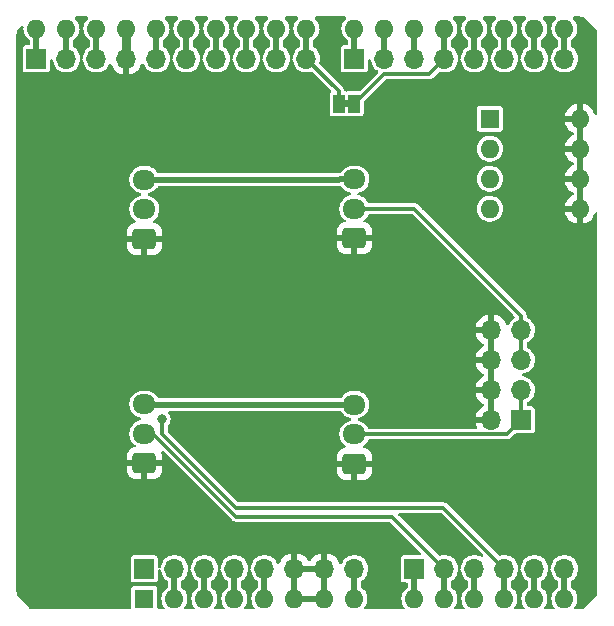
<source format=gbr>
%TF.GenerationSoftware,KiCad,Pcbnew,8.0.7*%
%TF.CreationDate,2024-12-10T11:40:38+09:00*%
%TF.ProjectId,STEP100-200-switch-id-shield,53544550-3130-4302-9d32-30302d737769,rev?*%
%TF.SameCoordinates,Original*%
%TF.FileFunction,Copper,L1,Top*%
%TF.FilePolarity,Positive*%
%FSLAX46Y46*%
G04 Gerber Fmt 4.6, Leading zero omitted, Abs format (unit mm)*
G04 Created by KiCad (PCBNEW 8.0.7) date 2024-12-10 11:40:38*
%MOMM*%
%LPD*%
G01*
G04 APERTURE LIST*
G04 Aperture macros list*
%AMRoundRect*
0 Rectangle with rounded corners*
0 $1 Rounding radius*
0 $2 $3 $4 $5 $6 $7 $8 $9 X,Y pos of 4 corners*
0 Add a 4 corners polygon primitive as box body*
4,1,4,$2,$3,$4,$5,$6,$7,$8,$9,$2,$3,0*
0 Add four circle primitives for the rounded corners*
1,1,$1+$1,$2,$3*
1,1,$1+$1,$4,$5*
1,1,$1+$1,$6,$7*
1,1,$1+$1,$8,$9*
0 Add four rect primitives between the rounded corners*
20,1,$1+$1,$2,$3,$4,$5,0*
20,1,$1+$1,$4,$5,$6,$7,0*
20,1,$1+$1,$6,$7,$8,$9,0*
20,1,$1+$1,$8,$9,$2,$3,0*%
G04 Aperture macros list end*
%TA.AperFunction,EtchedComponent*%
%ADD10C,0.000000*%
%TD*%
%TA.AperFunction,SMDPad,CuDef*%
%ADD11R,1.000000X1.500000*%
%TD*%
%TA.AperFunction,ComponentPad*%
%ADD12RoundRect,0.250000X0.725000X-0.600000X0.725000X0.600000X-0.725000X0.600000X-0.725000X-0.600000X0*%
%TD*%
%TA.AperFunction,ComponentPad*%
%ADD13O,1.950000X1.700000*%
%TD*%
%TA.AperFunction,ComponentPad*%
%ADD14R,1.700000X1.700000*%
%TD*%
%TA.AperFunction,ComponentPad*%
%ADD15O,1.700000X1.700000*%
%TD*%
%TA.AperFunction,ComponentPad*%
%ADD16R,1.600000X1.600000*%
%TD*%
%TA.AperFunction,ComponentPad*%
%ADD17O,1.600000X1.600000*%
%TD*%
%TA.AperFunction,ViaPad*%
%ADD18C,0.600000*%
%TD*%
%TA.AperFunction,ViaPad*%
%ADD19C,0.800000*%
%TD*%
%TA.AperFunction,Conductor*%
%ADD20C,0.300000*%
%TD*%
%TA.AperFunction,Conductor*%
%ADD21C,0.500000*%
%TD*%
%TA.AperFunction,Conductor*%
%ADD22C,0.800000*%
%TD*%
G04 APERTURE END LIST*
D10*
%TA.AperFunction,EtchedComponent*%
%TO.C,JP1*%
G36*
X159620000Y-98090000D02*
G01*
X159120000Y-98090000D01*
X159120000Y-97490000D01*
X159620000Y-97490000D01*
X159620000Y-98090000D01*
G37*
%TD.AperFunction*%
%TD*%
D11*
%TO.P,JP1,1,A*%
%TO.N,Net-(A1-D8)*%
X158720000Y-97790000D03*
%TO.P,JP1,2,B*%
%TO.N,Net-(A1-D4)*%
X160020000Y-97790000D03*
%TD*%
D12*
%TO.P,J8,1,Pin_1*%
%TO.N,GND*%
X142240000Y-109220000D03*
D13*
%TO.P,J8,2,Pin_2*%
%TO.N,/LIMIT_1*%
X142240000Y-106720000D03*
%TO.P,J8,3,Pin_3*%
%TO.N,VBUS*%
X142240000Y-104220000D03*
%TD*%
D14*
%TO.P,J2,1,Pin_1*%
%TO.N,unconnected-(J2-Pin_1-Pad1)*%
X142240000Y-137160000D03*
D15*
%TO.P,J2,2,Pin_2*%
%TO.N,VBUS*%
X144780000Y-137160000D03*
%TO.P,J2,3,Pin_3*%
%TO.N,/RESET*%
X147320000Y-137160000D03*
%TO.P,J2,4,Pin_4*%
%TO.N,+3.3V*%
X149860000Y-137160000D03*
%TO.P,J2,5,Pin_5*%
%TO.N,+5V*%
X152400000Y-137160000D03*
%TO.P,J2,6,Pin_6*%
%TO.N,GND*%
X154940000Y-137160000D03*
%TO.P,J2,7,Pin_7*%
X157480000Y-137160000D03*
%TO.P,J2,8,Pin_8*%
%TO.N,VCC*%
X160020000Y-137160000D03*
%TD*%
D12*
%TO.P,J5,1,Pin_1*%
%TO.N,GND*%
X160020000Y-128270000D03*
D13*
%TO.P,J5,2,Pin_2*%
%TO.N,Net-(J5-Pin_2)*%
X160020000Y-125770000D03*
%TO.P,J5,3,Pin_3*%
%TO.N,VBUS*%
X160020000Y-123270000D03*
%TD*%
D12*
%TO.P,J9,1,Pin_1*%
%TO.N,GND*%
X142240000Y-128230000D03*
D13*
%TO.P,J9,2,Pin_2*%
%TO.N,/LIMIT_2*%
X142240000Y-125730000D03*
%TO.P,J9,3,Pin_3*%
%TO.N,VBUS*%
X142240000Y-123230000D03*
%TD*%
D14*
%TO.P,J1,1,Pin_1*%
%TO.N,/DIP_3*%
X160020000Y-93980000D03*
D15*
%TO.P,J1,2,Pin_2*%
%TO.N,/DIP_2*%
X162560000Y-93980000D03*
%TO.P,J1,3,Pin_3*%
%TO.N,/DIP_4*%
X165100000Y-93980000D03*
%TO.P,J1,4,Pin_4*%
%TO.N,Net-(A1-D4)*%
X167640000Y-93980000D03*
%TO.P,J1,5,Pin_5*%
%TO.N,Net-(A1-D3{slash}SCL)*%
X170180000Y-93980000D03*
%TO.P,J1,6,Pin_6*%
%TO.N,Net-(A1-D2{slash}SDA)*%
X172720000Y-93980000D03*
%TO.P,J1,7,Pin_7*%
%TO.N,Net-(A1-D1{slash}TX)*%
X175260000Y-93980000D03*
%TO.P,J1,8,Pin_8*%
%TO.N,Net-(A1-D0{slash}RX)*%
X177800000Y-93980000D03*
%TD*%
D12*
%TO.P,J7,1,Pin_1*%
%TO.N,GND*%
X160020000Y-109180000D03*
D13*
%TO.P,J7,2,Pin_2*%
%TO.N,Net-(J6-Pin_5)*%
X160020000Y-106680000D03*
%TO.P,J7,3,Pin_3*%
%TO.N,VBUS*%
X160020000Y-104180000D03*
%TD*%
D14*
%TO.P,J4,1,Pin_1*%
%TO.N,/SCL*%
X133096000Y-93980000D03*
D15*
%TO.P,J4,2,Pin_2*%
%TO.N,/SDA*%
X135636000Y-93980000D03*
%TO.P,J4,3,Pin_3*%
%TO.N,/AREF*%
X138176000Y-93980000D03*
%TO.P,J4,4,Pin_4*%
%TO.N,GND*%
X140716000Y-93980000D03*
%TO.P,J4,5,Pin_5*%
%TO.N,Net-(A1-D13)*%
X143256000Y-93980000D03*
%TO.P,J4,6,Pin_6*%
%TO.N,Net-(A1-D12)*%
X145796000Y-93980000D03*
%TO.P,J4,7,Pin_7*%
%TO.N,Net-(A1-D11)*%
X148336000Y-93980000D03*
%TO.P,J4,8,Pin_8*%
%TO.N,Net-(A1-D10)*%
X150876000Y-93980000D03*
%TO.P,J4,9,Pin_9*%
%TO.N,Net-(A1-D9)*%
X153416000Y-93980000D03*
%TO.P,J4,10,Pin_10*%
%TO.N,Net-(A1-D8)*%
X155956000Y-93980000D03*
%TD*%
D16*
%TO.P,SW1,1*%
%TO.N,/DIP_1*%
X171492500Y-99070000D03*
D17*
%TO.P,SW1,2*%
%TO.N,/DIP_2*%
X171492500Y-101610000D03*
%TO.P,SW1,3*%
%TO.N,/DIP_3*%
X171492500Y-104150000D03*
%TO.P,SW1,4*%
%TO.N,/DIP_4*%
X171492500Y-106690000D03*
%TO.P,SW1,5*%
%TO.N,GND*%
X179112500Y-106690000D03*
%TO.P,SW1,6*%
X179112500Y-104150000D03*
%TO.P,SW1,7*%
X179112500Y-101610000D03*
%TO.P,SW1,8*%
X179112500Y-99070000D03*
%TD*%
D14*
%TO.P,J3,1,Pin_1*%
%TO.N,/DIP_1*%
X165100000Y-137160000D03*
D15*
%TO.P,J3,2,Pin_2*%
%TO.N,/LIMIT_2*%
X167640000Y-137160000D03*
%TO.P,J3,3,Pin_3*%
%TO.N,Net-(A1-A2)*%
X170180000Y-137160000D03*
%TO.P,J3,4,Pin_4*%
%TO.N,/LIMIT_1*%
X172720000Y-137160000D03*
%TO.P,J3,5,Pin_5*%
%TO.N,Net-(A1-A4)*%
X175260000Y-137160000D03*
%TO.P,J3,6,Pin_6*%
%TO.N,Net-(A1-A5)*%
X177800000Y-137160000D03*
%TD*%
D16*
%TO.P,A1,1,NC*%
%TO.N,unconnected-(A1-NC-Pad1)*%
X142240000Y-139700000D03*
D17*
%TO.P,A1,2,IOREF*%
%TO.N,VBUS*%
X144780000Y-139700000D03*
%TO.P,A1,3,~{RESET}*%
%TO.N,/RESET*%
X147320000Y-139700000D03*
%TO.P,A1,4,3V3*%
%TO.N,+3.3V*%
X149860000Y-139700000D03*
%TO.P,A1,5,+5V*%
%TO.N,+5V*%
X152400000Y-139700000D03*
%TO.P,A1,6,GND*%
%TO.N,GND*%
X154940000Y-139700000D03*
%TO.P,A1,7,GND*%
X157480000Y-139700000D03*
%TO.P,A1,8,VIN*%
%TO.N,VCC*%
X160020000Y-139700000D03*
%TO.P,A1,9,A0*%
%TO.N,/DIP_1*%
X165100000Y-139700000D03*
%TO.P,A1,10,A1*%
%TO.N,/LIMIT_2*%
X167640000Y-139700000D03*
%TO.P,A1,11,A2*%
%TO.N,Net-(A1-A2)*%
X170180000Y-139700000D03*
%TO.P,A1,12,A3*%
%TO.N,/LIMIT_1*%
X172720000Y-139700000D03*
%TO.P,A1,13,A4*%
%TO.N,Net-(A1-A4)*%
X175260000Y-139700000D03*
%TO.P,A1,14,A5*%
%TO.N,Net-(A1-A5)*%
X177800000Y-139700000D03*
%TO.P,A1,15,D0/RX*%
%TO.N,Net-(A1-D0{slash}RX)*%
X177800000Y-91440000D03*
%TO.P,A1,16,D1/TX*%
%TO.N,Net-(A1-D1{slash}TX)*%
X175260000Y-91440000D03*
%TO.P,A1,17,D2/SDA*%
%TO.N,Net-(A1-D2{slash}SDA)*%
X172720000Y-91440000D03*
%TO.P,A1,18,D3/SCL*%
%TO.N,Net-(A1-D3{slash}SCL)*%
X170180000Y-91440000D03*
%TO.P,A1,19,D4*%
%TO.N,Net-(A1-D4)*%
X167640000Y-91440000D03*
%TO.P,A1,20,D5*%
%TO.N,/DIP_4*%
X165100000Y-91440000D03*
%TO.P,A1,21,D6*%
%TO.N,/DIP_2*%
X162560000Y-91440000D03*
%TO.P,A1,22,D7*%
%TO.N,/DIP_3*%
X160020000Y-91440000D03*
%TO.P,A1,23,D8*%
%TO.N,Net-(A1-D8)*%
X155960000Y-91440000D03*
%TO.P,A1,24,D9*%
%TO.N,Net-(A1-D9)*%
X153420000Y-91440000D03*
%TO.P,A1,25,D10*%
%TO.N,Net-(A1-D10)*%
X150880000Y-91440000D03*
%TO.P,A1,26,D11*%
%TO.N,Net-(A1-D11)*%
X148340000Y-91440000D03*
%TO.P,A1,27,D12*%
%TO.N,Net-(A1-D12)*%
X145800000Y-91440000D03*
%TO.P,A1,28,D13*%
%TO.N,Net-(A1-D13)*%
X143260000Y-91440000D03*
%TO.P,A1,29,GND*%
%TO.N,GND*%
X140720000Y-91440000D03*
%TO.P,A1,30,AREF*%
%TO.N,/AREF*%
X138180000Y-91440000D03*
%TO.P,A1,31,SDA/D2*%
%TO.N,/SDA*%
X135640000Y-91440000D03*
%TO.P,A1,32,SCL/D3*%
%TO.N,/SCL*%
X133100000Y-91440000D03*
%TD*%
D14*
%TO.P,J6,1,Pin_1*%
%TO.N,Net-(J5-Pin_2)*%
X174150000Y-124560000D03*
D15*
%TO.P,J6,2,Pin_2*%
%TO.N,GND*%
X171610000Y-124560000D03*
%TO.P,J6,3,Pin_3*%
%TO.N,Net-(J5-Pin_2)*%
X174150000Y-122020000D03*
%TO.P,J6,4,Pin_4*%
%TO.N,GND*%
X171610000Y-122020000D03*
%TO.P,J6,5,Pin_5*%
%TO.N,Net-(J6-Pin_5)*%
X174150000Y-119480000D03*
%TO.P,J6,6,Pin_6*%
%TO.N,GND*%
X171610000Y-119480000D03*
%TO.P,J6,7,Pin_7*%
%TO.N,Net-(J6-Pin_5)*%
X174150000Y-116940000D03*
%TO.P,J6,8,Pin_8*%
%TO.N,GND*%
X171610000Y-116940000D03*
%TD*%
D18*
%TO.N,GND*%
X158000000Y-93000000D03*
X167000000Y-134000000D03*
D19*
%TO.N,/LIMIT_1*%
X143750000Y-124500000D03*
%TD*%
D20*
%TO.N,/LIMIT_1*%
X167560000Y-132000000D02*
X172720000Y-137160000D01*
X143750000Y-124500000D02*
X143750000Y-125750000D01*
X143750000Y-125750000D02*
X150000000Y-132000000D01*
X150000000Y-132000000D02*
X167560000Y-132000000D01*
D21*
%TO.N,/DIP_2*%
X162560000Y-91440000D02*
X162560000Y-93980000D01*
%TO.N,/SDA*%
X135640000Y-93976000D02*
X135636000Y-93980000D01*
X135640000Y-91440000D02*
X135640000Y-93976000D01*
%TO.N,Net-(A1-D9)*%
X153420000Y-93976000D02*
X153416000Y-93980000D01*
X153420000Y-91440000D02*
X153420000Y-93976000D01*
%TO.N,+3.3V*%
X149860000Y-137160000D02*
X149860000Y-139700000D01*
%TO.N,VCC*%
X160020000Y-137160000D02*
X160020000Y-139700000D01*
%TO.N,VBUS*%
X142280000Y-123270000D02*
X142240000Y-123230000D01*
X160020000Y-104180000D02*
X158790000Y-104180000D01*
X160020000Y-123270000D02*
X142280000Y-123270000D01*
X158790000Y-104180000D02*
X158750000Y-104220000D01*
X158750000Y-104220000D02*
X142240000Y-104220000D01*
X144780000Y-137160000D02*
X144780000Y-139700000D01*
%TO.N,Net-(A1-D4)*%
X167640000Y-91440000D02*
X167640000Y-93980000D01*
D20*
X166370000Y-95250000D02*
X167640000Y-93980000D01*
X162560000Y-95250000D02*
X166370000Y-95250000D01*
X160020000Y-97790000D02*
X162560000Y-95250000D01*
D21*
%TO.N,+5V*%
X152400000Y-137160000D02*
X152400000Y-139700000D01*
%TO.N,GND*%
X154940000Y-137160000D02*
X154940000Y-139700000D01*
D22*
X140720000Y-91440000D02*
X140720000Y-93976000D01*
D21*
X157480000Y-137160000D02*
X157480000Y-139700000D01*
X140720000Y-93976000D02*
X140716000Y-93980000D01*
%TO.N,Net-(A1-A4)*%
X175260000Y-137160000D02*
X175260000Y-139700000D01*
%TO.N,/AREF*%
X138180000Y-93976000D02*
X138176000Y-93980000D01*
X138180000Y-91440000D02*
X138180000Y-93976000D01*
%TO.N,Net-(A1-D3{slash}SCL)*%
X170180000Y-91440000D02*
X170180000Y-93980000D01*
%TO.N,/LIMIT_1*%
X172720000Y-137160000D02*
X172720000Y-139700000D01*
%TO.N,/DIP_4*%
X165100000Y-91440000D02*
X165100000Y-93980000D01*
%TO.N,Net-(A1-D0{slash}RX)*%
X177800000Y-91440000D02*
X177800000Y-93980000D01*
D20*
%TO.N,Net-(A1-D8)*%
X158720000Y-96744000D02*
X155956000Y-93980000D01*
D21*
X155960000Y-93976000D02*
X155956000Y-93980000D01*
D20*
X158720000Y-97790000D02*
X158720000Y-96744000D01*
D21*
X155960000Y-91440000D02*
X155960000Y-93976000D01*
%TO.N,/RESET*%
X147320000Y-137160000D02*
X147320000Y-139700000D01*
%TO.N,Net-(A1-D13)*%
X143260000Y-93976000D02*
X143256000Y-93980000D01*
X143260000Y-91440000D02*
X143260000Y-93976000D01*
%TO.N,Net-(A1-D11)*%
X148340000Y-93976000D02*
X148336000Y-93980000D01*
X148340000Y-91440000D02*
X148340000Y-93976000D01*
%TO.N,Net-(A1-D10)*%
X150880000Y-91440000D02*
X150880000Y-93976000D01*
X150880000Y-93976000D02*
X150876000Y-93980000D01*
%TO.N,Net-(A1-D12)*%
X145800000Y-93976000D02*
X145796000Y-93980000D01*
X145800000Y-91440000D02*
X145800000Y-93976000D01*
%TO.N,Net-(A1-A2)*%
X170180000Y-137160000D02*
X170180000Y-139700000D01*
%TO.N,Net-(A1-A5)*%
X177800000Y-137160000D02*
X177800000Y-139700000D01*
%TO.N,Net-(A1-D1{slash}TX)*%
X175260000Y-91440000D02*
X175260000Y-93980000D01*
%TO.N,/SCL*%
X133100000Y-93976000D02*
X133096000Y-93980000D01*
X133100000Y-91440000D02*
X133100000Y-93976000D01*
%TO.N,/DIP_3*%
X160020000Y-91440000D02*
X160020000Y-93980000D01*
%TO.N,Net-(A1-D2{slash}SDA)*%
X172720000Y-91440000D02*
X172720000Y-93980000D01*
D20*
%TO.N,Net-(J5-Pin_2)*%
X174150000Y-122020000D02*
X174150000Y-124560000D01*
X172940000Y-125770000D02*
X174150000Y-124560000D01*
X160020000Y-125770000D02*
X172940000Y-125770000D01*
%TO.N,Net-(J6-Pin_5)*%
X174150000Y-115730000D02*
X165100000Y-106680000D01*
X174150000Y-119480000D02*
X174150000Y-116940000D01*
X165100000Y-106680000D02*
X160020000Y-106680000D01*
X174150000Y-116940000D02*
X174150000Y-115730000D01*
D21*
%TO.N,/DIP_1*%
X165100000Y-137160000D02*
X165100000Y-139700000D01*
D20*
%TO.N,/LIMIT_2*%
X150014174Y-132741804D02*
X143002370Y-125730000D01*
X167640000Y-137160000D02*
X163221804Y-132741804D01*
D21*
X167640000Y-137160000D02*
X167640000Y-139700000D01*
D20*
X143002370Y-125730000D02*
X142240000Y-125730000D01*
X163221804Y-132741804D02*
X150014174Y-132741804D01*
%TD*%
%TA.AperFunction,Conductor*%
%TO.N,GND*%
G36*
X137433707Y-90420185D02*
G01*
X137479462Y-90472989D01*
X137489406Y-90542147D01*
X137460381Y-90605703D01*
X137450206Y-90616137D01*
X137363237Y-90695418D01*
X137240327Y-90858178D01*
X137149422Y-91040739D01*
X137149417Y-91040752D01*
X137093602Y-91236917D01*
X137074785Y-91439999D01*
X137074785Y-91440000D01*
X137093602Y-91643082D01*
X137149417Y-91839247D01*
X137149422Y-91839260D01*
X137227261Y-91995581D01*
X137240327Y-92021821D01*
X137363236Y-92184579D01*
X137513959Y-92321981D01*
X137570778Y-92357161D01*
X137617412Y-92409187D01*
X137629500Y-92462587D01*
X137629500Y-92896126D01*
X137609815Y-92963165D01*
X137570778Y-93001553D01*
X137479699Y-93057947D01*
X137322127Y-93201593D01*
X137193632Y-93371746D01*
X137098596Y-93562605D01*
X137098596Y-93562607D01*
X137040244Y-93767689D01*
X137029471Y-93883951D01*
X137003685Y-93948888D01*
X136959130Y-93980804D01*
X136995503Y-94001668D01*
X137027693Y-94063681D01*
X137029470Y-94076047D01*
X137040244Y-94192310D01*
X137093675Y-94380099D01*
X137098596Y-94397392D01*
X137098596Y-94397394D01*
X137193632Y-94588253D01*
X137322127Y-94758406D01*
X137322128Y-94758407D01*
X137479698Y-94902052D01*
X137660981Y-95014298D01*
X137859802Y-95091321D01*
X138069390Y-95130500D01*
X138069392Y-95130500D01*
X138282608Y-95130500D01*
X138282610Y-95130500D01*
X138492198Y-95091321D01*
X138691019Y-95014298D01*
X138872302Y-94902052D01*
X139029872Y-94758407D01*
X139158366Y-94588255D01*
X139225325Y-94453781D01*
X139272825Y-94402548D01*
X139340488Y-94385126D01*
X139406828Y-94407051D01*
X139448705Y-94456651D01*
X139542399Y-94657578D01*
X139677894Y-94851082D01*
X139844917Y-95018105D01*
X140038421Y-95153600D01*
X140252507Y-95253429D01*
X140252516Y-95253433D01*
X140466000Y-95310634D01*
X140466000Y-94413012D01*
X140523007Y-94445925D01*
X140650174Y-94480000D01*
X140781826Y-94480000D01*
X140908993Y-94445925D01*
X140966000Y-94413012D01*
X140966000Y-95310633D01*
X141179483Y-95253433D01*
X141179492Y-95253429D01*
X141393578Y-95153600D01*
X141587082Y-95018105D01*
X141754105Y-94851082D01*
X141889600Y-94657578D01*
X141983294Y-94456651D01*
X142029466Y-94404212D01*
X142096660Y-94385060D01*
X142163541Y-94405276D01*
X142206676Y-94453785D01*
X142273632Y-94588253D01*
X142402127Y-94758406D01*
X142402128Y-94758407D01*
X142559698Y-94902052D01*
X142740981Y-95014298D01*
X142939802Y-95091321D01*
X143149390Y-95130500D01*
X143149392Y-95130500D01*
X143362608Y-95130500D01*
X143362610Y-95130500D01*
X143572198Y-95091321D01*
X143771019Y-95014298D01*
X143952302Y-94902052D01*
X144109872Y-94758407D01*
X144238366Y-94588255D01*
X144298866Y-94466753D01*
X144333403Y-94397394D01*
X144333403Y-94397393D01*
X144333405Y-94397389D01*
X144391756Y-94192310D01*
X144402529Y-94076047D01*
X144428315Y-94011111D01*
X144472869Y-93979194D01*
X144436497Y-93958331D01*
X144404307Y-93896318D01*
X144402529Y-93883951D01*
X144399175Y-93847759D01*
X144391756Y-93767690D01*
X144333405Y-93562611D01*
X144333403Y-93562606D01*
X144333403Y-93562605D01*
X144238367Y-93371746D01*
X144109872Y-93201593D01*
X143952299Y-93057945D01*
X143869221Y-93006505D01*
X143822586Y-92954477D01*
X143810500Y-92901079D01*
X143810500Y-92462587D01*
X143830185Y-92395548D01*
X143869220Y-92357162D01*
X143926041Y-92321981D01*
X144076764Y-92184579D01*
X144199673Y-92021821D01*
X144290582Y-91839250D01*
X144346397Y-91643083D01*
X144365215Y-91440000D01*
X144359115Y-91374174D01*
X144346397Y-91236917D01*
X144327404Y-91170165D01*
X144290582Y-91040750D01*
X144290159Y-91039901D01*
X144240415Y-90940000D01*
X144199673Y-90858179D01*
X144076764Y-90695421D01*
X144076762Y-90695418D01*
X143989794Y-90616137D01*
X143953512Y-90556426D01*
X143955273Y-90486578D01*
X143994516Y-90428771D01*
X144058783Y-90401356D01*
X144073332Y-90400500D01*
X144986668Y-90400500D01*
X145053707Y-90420185D01*
X145099462Y-90472989D01*
X145109406Y-90542147D01*
X145080381Y-90605703D01*
X145070206Y-90616137D01*
X144983237Y-90695418D01*
X144860327Y-90858178D01*
X144769422Y-91040739D01*
X144769417Y-91040752D01*
X144713602Y-91236917D01*
X144694785Y-91439999D01*
X144694785Y-91440000D01*
X144713602Y-91643082D01*
X144769417Y-91839247D01*
X144769422Y-91839260D01*
X144847261Y-91995581D01*
X144860327Y-92021821D01*
X144983236Y-92184579D01*
X145133959Y-92321981D01*
X145190778Y-92357161D01*
X145237412Y-92409187D01*
X145249500Y-92462587D01*
X145249500Y-92896126D01*
X145229815Y-92963165D01*
X145190778Y-93001553D01*
X145099699Y-93057947D01*
X144942127Y-93201593D01*
X144813632Y-93371746D01*
X144718596Y-93562605D01*
X144718596Y-93562607D01*
X144660244Y-93767689D01*
X144649471Y-93883951D01*
X144623685Y-93948888D01*
X144579130Y-93980804D01*
X144615503Y-94001668D01*
X144647693Y-94063681D01*
X144649470Y-94076047D01*
X144660244Y-94192310D01*
X144713675Y-94380099D01*
X144718596Y-94397392D01*
X144718596Y-94397394D01*
X144813632Y-94588253D01*
X144942127Y-94758406D01*
X144942128Y-94758407D01*
X145099698Y-94902052D01*
X145280981Y-95014298D01*
X145479802Y-95091321D01*
X145689390Y-95130500D01*
X145689392Y-95130500D01*
X145902608Y-95130500D01*
X145902610Y-95130500D01*
X146112198Y-95091321D01*
X146311019Y-95014298D01*
X146492302Y-94902052D01*
X146649872Y-94758407D01*
X146778366Y-94588255D01*
X146838866Y-94466753D01*
X146873403Y-94397394D01*
X146873403Y-94397393D01*
X146873405Y-94397389D01*
X146931756Y-94192310D01*
X146942529Y-94076047D01*
X146968315Y-94011111D01*
X147012869Y-93979194D01*
X146976497Y-93958331D01*
X146944307Y-93896318D01*
X146942529Y-93883951D01*
X146939175Y-93847759D01*
X146931756Y-93767690D01*
X146873405Y-93562611D01*
X146873403Y-93562606D01*
X146873403Y-93562605D01*
X146778367Y-93371746D01*
X146649872Y-93201593D01*
X146492299Y-93057945D01*
X146409221Y-93006505D01*
X146362586Y-92954477D01*
X146350500Y-92901079D01*
X146350500Y-92462587D01*
X146370185Y-92395548D01*
X146409220Y-92357162D01*
X146466041Y-92321981D01*
X146616764Y-92184579D01*
X146739673Y-92021821D01*
X146830582Y-91839250D01*
X146886397Y-91643083D01*
X146905215Y-91440000D01*
X146899115Y-91374174D01*
X146886397Y-91236917D01*
X146867404Y-91170165D01*
X146830582Y-91040750D01*
X146830159Y-91039901D01*
X146780415Y-90940000D01*
X146739673Y-90858179D01*
X146616764Y-90695421D01*
X146616762Y-90695418D01*
X146529794Y-90616137D01*
X146493512Y-90556426D01*
X146495273Y-90486578D01*
X146534516Y-90428771D01*
X146598783Y-90401356D01*
X146613332Y-90400500D01*
X147526668Y-90400500D01*
X147593707Y-90420185D01*
X147639462Y-90472989D01*
X147649406Y-90542147D01*
X147620381Y-90605703D01*
X147610206Y-90616137D01*
X147523237Y-90695418D01*
X147400327Y-90858178D01*
X147309422Y-91040739D01*
X147309417Y-91040752D01*
X147253602Y-91236917D01*
X147234785Y-91439999D01*
X147234785Y-91440000D01*
X147253602Y-91643082D01*
X147309417Y-91839247D01*
X147309422Y-91839260D01*
X147387261Y-91995581D01*
X147400327Y-92021821D01*
X147523236Y-92184579D01*
X147673959Y-92321981D01*
X147730778Y-92357161D01*
X147777412Y-92409187D01*
X147789500Y-92462587D01*
X147789500Y-92896126D01*
X147769815Y-92963165D01*
X147730778Y-93001553D01*
X147639699Y-93057947D01*
X147482127Y-93201593D01*
X147353632Y-93371746D01*
X147258596Y-93562605D01*
X147258596Y-93562607D01*
X147200244Y-93767689D01*
X147189471Y-93883951D01*
X147163685Y-93948888D01*
X147119130Y-93980804D01*
X147155503Y-94001668D01*
X147187693Y-94063681D01*
X147189470Y-94076047D01*
X147200244Y-94192310D01*
X147253675Y-94380099D01*
X147258596Y-94397392D01*
X147258596Y-94397394D01*
X147353632Y-94588253D01*
X147482127Y-94758406D01*
X147482128Y-94758407D01*
X147639698Y-94902052D01*
X147820981Y-95014298D01*
X148019802Y-95091321D01*
X148229390Y-95130500D01*
X148229392Y-95130500D01*
X148442608Y-95130500D01*
X148442610Y-95130500D01*
X148652198Y-95091321D01*
X148851019Y-95014298D01*
X149032302Y-94902052D01*
X149189872Y-94758407D01*
X149318366Y-94588255D01*
X149378866Y-94466753D01*
X149413403Y-94397394D01*
X149413403Y-94397393D01*
X149413405Y-94397389D01*
X149471756Y-94192310D01*
X149482529Y-94076047D01*
X149508315Y-94011111D01*
X149552869Y-93979194D01*
X149516497Y-93958331D01*
X149484307Y-93896318D01*
X149482529Y-93883951D01*
X149479175Y-93847759D01*
X149471756Y-93767690D01*
X149413405Y-93562611D01*
X149413403Y-93562606D01*
X149413403Y-93562605D01*
X149318367Y-93371746D01*
X149189872Y-93201593D01*
X149032299Y-93057945D01*
X148949221Y-93006505D01*
X148902586Y-92954477D01*
X148890500Y-92901079D01*
X148890500Y-92462587D01*
X148910185Y-92395548D01*
X148949220Y-92357162D01*
X149006041Y-92321981D01*
X149156764Y-92184579D01*
X149279673Y-92021821D01*
X149370582Y-91839250D01*
X149426397Y-91643083D01*
X149445215Y-91440000D01*
X149439115Y-91374174D01*
X149426397Y-91236917D01*
X149407404Y-91170165D01*
X149370582Y-91040750D01*
X149370159Y-91039901D01*
X149320415Y-90940000D01*
X149279673Y-90858179D01*
X149156764Y-90695421D01*
X149156762Y-90695418D01*
X149069794Y-90616137D01*
X149033512Y-90556426D01*
X149035273Y-90486578D01*
X149074516Y-90428771D01*
X149138783Y-90401356D01*
X149153332Y-90400500D01*
X150066668Y-90400500D01*
X150133707Y-90420185D01*
X150179462Y-90472989D01*
X150189406Y-90542147D01*
X150160381Y-90605703D01*
X150150206Y-90616137D01*
X150063237Y-90695418D01*
X149940327Y-90858178D01*
X149849422Y-91040739D01*
X149849417Y-91040752D01*
X149793602Y-91236917D01*
X149774785Y-91439999D01*
X149774785Y-91440000D01*
X149793602Y-91643082D01*
X149849417Y-91839247D01*
X149849422Y-91839260D01*
X149927261Y-91995581D01*
X149940327Y-92021821D01*
X150063236Y-92184579D01*
X150213959Y-92321981D01*
X150270778Y-92357161D01*
X150317412Y-92409187D01*
X150329500Y-92462587D01*
X150329500Y-92896126D01*
X150309815Y-92963165D01*
X150270778Y-93001553D01*
X150179699Y-93057947D01*
X150022127Y-93201593D01*
X149893632Y-93371746D01*
X149798596Y-93562605D01*
X149798596Y-93562607D01*
X149740244Y-93767689D01*
X149729471Y-93883951D01*
X149703685Y-93948888D01*
X149659130Y-93980804D01*
X149695503Y-94001668D01*
X149727693Y-94063681D01*
X149729470Y-94076047D01*
X149740244Y-94192310D01*
X149793675Y-94380099D01*
X149798596Y-94397392D01*
X149798596Y-94397394D01*
X149893632Y-94588253D01*
X150022127Y-94758406D01*
X150022128Y-94758407D01*
X150179698Y-94902052D01*
X150360981Y-95014298D01*
X150559802Y-95091321D01*
X150769390Y-95130500D01*
X150769392Y-95130500D01*
X150982608Y-95130500D01*
X150982610Y-95130500D01*
X151192198Y-95091321D01*
X151391019Y-95014298D01*
X151572302Y-94902052D01*
X151729872Y-94758407D01*
X151858366Y-94588255D01*
X151918866Y-94466753D01*
X151953403Y-94397394D01*
X151953403Y-94397393D01*
X151953405Y-94397389D01*
X152011756Y-94192310D01*
X152022529Y-94076047D01*
X152048315Y-94011111D01*
X152092869Y-93979194D01*
X152056497Y-93958331D01*
X152024307Y-93896318D01*
X152022529Y-93883951D01*
X152019175Y-93847759D01*
X152011756Y-93767690D01*
X151953405Y-93562611D01*
X151953403Y-93562606D01*
X151953403Y-93562605D01*
X151858367Y-93371746D01*
X151729872Y-93201593D01*
X151572299Y-93057945D01*
X151489221Y-93006505D01*
X151442586Y-92954477D01*
X151430500Y-92901079D01*
X151430500Y-92462587D01*
X151450185Y-92395548D01*
X151489220Y-92357162D01*
X151546041Y-92321981D01*
X151696764Y-92184579D01*
X151819673Y-92021821D01*
X151910582Y-91839250D01*
X151966397Y-91643083D01*
X151985215Y-91440000D01*
X151979115Y-91374174D01*
X151966397Y-91236917D01*
X151947404Y-91170165D01*
X151910582Y-91040750D01*
X151910159Y-91039901D01*
X151860415Y-90940000D01*
X151819673Y-90858179D01*
X151696764Y-90695421D01*
X151696762Y-90695418D01*
X151609794Y-90616137D01*
X151573512Y-90556426D01*
X151575273Y-90486578D01*
X151614516Y-90428771D01*
X151678783Y-90401356D01*
X151693332Y-90400500D01*
X152606668Y-90400500D01*
X152673707Y-90420185D01*
X152719462Y-90472989D01*
X152729406Y-90542147D01*
X152700381Y-90605703D01*
X152690206Y-90616137D01*
X152603237Y-90695418D01*
X152480327Y-90858178D01*
X152389422Y-91040739D01*
X152389417Y-91040752D01*
X152333602Y-91236917D01*
X152314785Y-91439999D01*
X152314785Y-91440000D01*
X152333602Y-91643082D01*
X152389417Y-91839247D01*
X152389422Y-91839260D01*
X152467261Y-91995581D01*
X152480327Y-92021821D01*
X152603236Y-92184579D01*
X152753959Y-92321981D01*
X152810778Y-92357161D01*
X152857412Y-92409187D01*
X152869500Y-92462587D01*
X152869500Y-92896126D01*
X152849815Y-92963165D01*
X152810778Y-93001553D01*
X152719699Y-93057947D01*
X152562127Y-93201593D01*
X152433632Y-93371746D01*
X152338596Y-93562605D01*
X152338596Y-93562607D01*
X152280244Y-93767689D01*
X152269471Y-93883951D01*
X152243685Y-93948888D01*
X152199130Y-93980804D01*
X152235503Y-94001668D01*
X152267693Y-94063681D01*
X152269470Y-94076047D01*
X152280244Y-94192310D01*
X152333675Y-94380099D01*
X152338596Y-94397392D01*
X152338596Y-94397394D01*
X152433632Y-94588253D01*
X152562127Y-94758406D01*
X152562128Y-94758407D01*
X152719698Y-94902052D01*
X152900981Y-95014298D01*
X153099802Y-95091321D01*
X153309390Y-95130500D01*
X153309392Y-95130500D01*
X153522608Y-95130500D01*
X153522610Y-95130500D01*
X153732198Y-95091321D01*
X153931019Y-95014298D01*
X154112302Y-94902052D01*
X154269872Y-94758407D01*
X154398366Y-94588255D01*
X154458866Y-94466753D01*
X154493403Y-94397394D01*
X154493403Y-94397393D01*
X154493405Y-94397389D01*
X154551756Y-94192310D01*
X154562529Y-94076047D01*
X154588315Y-94011111D01*
X154632869Y-93979194D01*
X154596497Y-93958331D01*
X154564307Y-93896318D01*
X154562529Y-93883951D01*
X154559175Y-93847759D01*
X154551756Y-93767690D01*
X154493405Y-93562611D01*
X154493403Y-93562606D01*
X154493403Y-93562605D01*
X154398367Y-93371746D01*
X154269872Y-93201593D01*
X154112299Y-93057945D01*
X154029221Y-93006505D01*
X153982586Y-92954477D01*
X153970500Y-92901079D01*
X153970500Y-92462587D01*
X153990185Y-92395548D01*
X154029220Y-92357162D01*
X154086041Y-92321981D01*
X154236764Y-92184579D01*
X154359673Y-92021821D01*
X154450582Y-91839250D01*
X154506397Y-91643083D01*
X154525215Y-91440000D01*
X154519115Y-91374174D01*
X154506397Y-91236917D01*
X154487404Y-91170165D01*
X154450582Y-91040750D01*
X154450159Y-91039901D01*
X154400415Y-90940000D01*
X154359673Y-90858179D01*
X154236764Y-90695421D01*
X154236762Y-90695418D01*
X154149794Y-90616137D01*
X154113512Y-90556426D01*
X154115273Y-90486578D01*
X154154516Y-90428771D01*
X154218783Y-90401356D01*
X154233332Y-90400500D01*
X155146668Y-90400500D01*
X155213707Y-90420185D01*
X155259462Y-90472989D01*
X155269406Y-90542147D01*
X155240381Y-90605703D01*
X155230206Y-90616137D01*
X155143237Y-90695418D01*
X155020327Y-90858178D01*
X154929422Y-91040739D01*
X154929417Y-91040752D01*
X154873602Y-91236917D01*
X154854785Y-91439999D01*
X154854785Y-91440000D01*
X154873602Y-91643082D01*
X154929417Y-91839247D01*
X154929422Y-91839260D01*
X155007261Y-91995581D01*
X155020327Y-92021821D01*
X155143236Y-92184579D01*
X155293959Y-92321981D01*
X155350778Y-92357161D01*
X155397412Y-92409187D01*
X155409500Y-92462587D01*
X155409500Y-92896126D01*
X155389815Y-92963165D01*
X155350778Y-93001553D01*
X155259699Y-93057947D01*
X155102127Y-93201593D01*
X154973632Y-93371746D01*
X154878596Y-93562605D01*
X154878596Y-93562607D01*
X154820244Y-93767689D01*
X154809471Y-93883951D01*
X154783685Y-93948888D01*
X154739130Y-93980804D01*
X154775503Y-94001668D01*
X154807693Y-94063681D01*
X154809470Y-94076047D01*
X154820244Y-94192310D01*
X154873675Y-94380099D01*
X154878596Y-94397392D01*
X154878596Y-94397394D01*
X154973632Y-94588253D01*
X155102127Y-94758406D01*
X155102128Y-94758407D01*
X155259698Y-94902052D01*
X155440981Y-95014298D01*
X155639802Y-95091321D01*
X155849390Y-95130500D01*
X155849392Y-95130500D01*
X156062608Y-95130500D01*
X156062610Y-95130500D01*
X156272198Y-95091321D01*
X156310752Y-95076384D01*
X156380374Y-95070522D01*
X156442115Y-95103231D01*
X156443227Y-95104330D01*
X157999281Y-96660384D01*
X158032766Y-96721707D01*
X158027782Y-96791399D01*
X157999283Y-96835744D01*
X157967795Y-96867233D01*
X157967794Y-96867234D01*
X157922415Y-96970006D01*
X157922415Y-96970008D01*
X157919500Y-96995131D01*
X157919500Y-98584856D01*
X157919502Y-98584882D01*
X157922413Y-98609987D01*
X157922415Y-98609991D01*
X157967793Y-98712764D01*
X157967794Y-98712765D01*
X158047235Y-98792206D01*
X158150009Y-98837585D01*
X158175135Y-98840500D01*
X159264864Y-98840499D01*
X159264879Y-98840497D01*
X159264882Y-98840497D01*
X159289987Y-98837586D01*
X159289987Y-98837585D01*
X159289991Y-98837585D01*
X159319913Y-98824372D01*
X159389190Y-98815301D01*
X159420086Y-98824373D01*
X159450007Y-98837584D01*
X159450009Y-98837585D01*
X159475135Y-98840500D01*
X160564864Y-98840499D01*
X160564879Y-98840497D01*
X160564882Y-98840497D01*
X160589987Y-98837586D01*
X160589988Y-98837585D01*
X160589991Y-98837585D01*
X160692765Y-98792206D01*
X160772206Y-98712765D01*
X160817585Y-98609991D01*
X160820500Y-98584865D01*
X160820500Y-98225131D01*
X170392000Y-98225131D01*
X170392000Y-99914856D01*
X170392002Y-99914882D01*
X170394913Y-99939987D01*
X170394915Y-99939991D01*
X170440293Y-100042764D01*
X170440294Y-100042765D01*
X170519735Y-100122206D01*
X170622509Y-100167585D01*
X170647635Y-100170500D01*
X172337364Y-100170499D01*
X172337379Y-100170497D01*
X172337382Y-100170497D01*
X172362487Y-100167586D01*
X172362488Y-100167585D01*
X172362491Y-100167585D01*
X172465265Y-100122206D01*
X172544706Y-100042765D01*
X172590085Y-99939991D01*
X172593000Y-99914865D01*
X172592999Y-98225136D01*
X172592997Y-98225117D01*
X172590086Y-98200012D01*
X172590085Y-98200010D01*
X172590085Y-98200009D01*
X172544706Y-98097235D01*
X172465265Y-98017794D01*
X172465263Y-98017793D01*
X172362492Y-97972415D01*
X172337365Y-97969500D01*
X170647643Y-97969500D01*
X170647617Y-97969502D01*
X170622512Y-97972413D01*
X170622508Y-97972415D01*
X170519735Y-98017793D01*
X170440294Y-98097234D01*
X170394915Y-98200006D01*
X170394915Y-98200008D01*
X170392000Y-98225131D01*
X160820500Y-98225131D01*
X160820499Y-97677963D01*
X160840183Y-97610925D01*
X160856813Y-97590288D01*
X162710284Y-95736819D01*
X162771607Y-95703334D01*
X162797965Y-95700500D01*
X166429308Y-95700500D01*
X166429309Y-95700500D01*
X166519673Y-95676286D01*
X166543887Y-95669799D01*
X166646614Y-95610489D01*
X167152772Y-95104329D01*
X167214095Y-95070845D01*
X167283786Y-95075829D01*
X167285204Y-95076368D01*
X167323802Y-95091321D01*
X167533390Y-95130500D01*
X167533392Y-95130500D01*
X167746608Y-95130500D01*
X167746610Y-95130500D01*
X167956198Y-95091321D01*
X168155019Y-95014298D01*
X168336302Y-94902052D01*
X168493872Y-94758407D01*
X168622366Y-94588255D01*
X168682866Y-94466753D01*
X168717403Y-94397394D01*
X168717403Y-94397393D01*
X168717405Y-94397389D01*
X168775756Y-94192310D01*
X168786529Y-94076047D01*
X168812315Y-94011111D01*
X168856869Y-93979194D01*
X168820497Y-93958331D01*
X168788307Y-93896318D01*
X168786529Y-93883951D01*
X168783175Y-93847759D01*
X168775756Y-93767690D01*
X168717405Y-93562611D01*
X168717403Y-93562606D01*
X168717403Y-93562605D01*
X168622367Y-93371746D01*
X168493872Y-93201593D01*
X168336299Y-93057945D01*
X168249221Y-93004028D01*
X168202586Y-92952000D01*
X168190500Y-92898602D01*
X168190500Y-92462587D01*
X168210185Y-92395548D01*
X168249220Y-92357162D01*
X168306041Y-92321981D01*
X168456764Y-92184579D01*
X168579673Y-92021821D01*
X168670582Y-91839250D01*
X168726397Y-91643083D01*
X168745215Y-91440000D01*
X168739115Y-91374174D01*
X168726397Y-91236917D01*
X168707404Y-91170165D01*
X168670582Y-91040750D01*
X168670159Y-91039901D01*
X168620415Y-90940000D01*
X168579673Y-90858179D01*
X168456764Y-90695421D01*
X168456762Y-90695418D01*
X168369794Y-90616137D01*
X168333512Y-90556426D01*
X168335273Y-90486578D01*
X168374516Y-90428771D01*
X168438783Y-90401356D01*
X168453332Y-90400500D01*
X169366668Y-90400500D01*
X169433707Y-90420185D01*
X169479462Y-90472989D01*
X169489406Y-90542147D01*
X169460381Y-90605703D01*
X169450206Y-90616137D01*
X169363237Y-90695418D01*
X169240327Y-90858178D01*
X169149422Y-91040739D01*
X169149417Y-91040752D01*
X169093602Y-91236917D01*
X169074785Y-91439999D01*
X169074785Y-91440000D01*
X169093602Y-91643082D01*
X169149417Y-91839247D01*
X169149422Y-91839260D01*
X169227261Y-91995581D01*
X169240327Y-92021821D01*
X169363236Y-92184579D01*
X169513959Y-92321981D01*
X169570778Y-92357161D01*
X169617412Y-92409187D01*
X169629500Y-92462587D01*
X169629500Y-92898602D01*
X169609815Y-92965641D01*
X169570779Y-93004028D01*
X169483700Y-93057945D01*
X169326127Y-93201593D01*
X169197632Y-93371746D01*
X169102596Y-93562605D01*
X169102596Y-93562607D01*
X169044244Y-93767689D01*
X169033471Y-93883951D01*
X169007685Y-93948888D01*
X168963130Y-93980804D01*
X168999503Y-94001668D01*
X169031693Y-94063681D01*
X169033470Y-94076047D01*
X169044244Y-94192310D01*
X169097675Y-94380099D01*
X169102596Y-94397392D01*
X169102596Y-94397394D01*
X169197632Y-94588253D01*
X169326127Y-94758406D01*
X169326128Y-94758407D01*
X169483698Y-94902052D01*
X169664981Y-95014298D01*
X169863802Y-95091321D01*
X170073390Y-95130500D01*
X170073392Y-95130500D01*
X170286608Y-95130500D01*
X170286610Y-95130500D01*
X170496198Y-95091321D01*
X170695019Y-95014298D01*
X170876302Y-94902052D01*
X171033872Y-94758407D01*
X171162366Y-94588255D01*
X171222866Y-94466753D01*
X171257403Y-94397394D01*
X171257403Y-94397393D01*
X171257405Y-94397389D01*
X171315756Y-94192310D01*
X171326529Y-94076047D01*
X171352315Y-94011111D01*
X171396869Y-93979194D01*
X171360497Y-93958331D01*
X171328307Y-93896318D01*
X171326529Y-93883951D01*
X171323175Y-93847759D01*
X171315756Y-93767690D01*
X171257405Y-93562611D01*
X171257403Y-93562606D01*
X171257403Y-93562605D01*
X171162367Y-93371746D01*
X171033872Y-93201593D01*
X170876299Y-93057945D01*
X170789221Y-93004028D01*
X170742586Y-92952000D01*
X170730500Y-92898602D01*
X170730500Y-92462587D01*
X170750185Y-92395548D01*
X170789220Y-92357162D01*
X170846041Y-92321981D01*
X170996764Y-92184579D01*
X171119673Y-92021821D01*
X171210582Y-91839250D01*
X171266397Y-91643083D01*
X171285215Y-91440000D01*
X171279115Y-91374174D01*
X171266397Y-91236917D01*
X171247404Y-91170165D01*
X171210582Y-91040750D01*
X171210159Y-91039901D01*
X171160415Y-90940000D01*
X171119673Y-90858179D01*
X170996764Y-90695421D01*
X170996762Y-90695418D01*
X170909794Y-90616137D01*
X170873512Y-90556426D01*
X170875273Y-90486578D01*
X170914516Y-90428771D01*
X170978783Y-90401356D01*
X170993332Y-90400500D01*
X171906668Y-90400500D01*
X171973707Y-90420185D01*
X172019462Y-90472989D01*
X172029406Y-90542147D01*
X172000381Y-90605703D01*
X171990206Y-90616137D01*
X171903237Y-90695418D01*
X171780327Y-90858178D01*
X171689422Y-91040739D01*
X171689417Y-91040752D01*
X171633602Y-91236917D01*
X171614785Y-91439999D01*
X171614785Y-91440000D01*
X171633602Y-91643082D01*
X171689417Y-91839247D01*
X171689422Y-91839260D01*
X171767261Y-91995581D01*
X171780327Y-92021821D01*
X171903236Y-92184579D01*
X172053959Y-92321981D01*
X172110778Y-92357161D01*
X172157412Y-92409187D01*
X172169500Y-92462587D01*
X172169500Y-92898602D01*
X172149815Y-92965641D01*
X172110779Y-93004028D01*
X172023700Y-93057945D01*
X171866127Y-93201593D01*
X171737632Y-93371746D01*
X171642596Y-93562605D01*
X171642596Y-93562607D01*
X171584244Y-93767689D01*
X171573471Y-93883951D01*
X171547685Y-93948888D01*
X171503130Y-93980804D01*
X171539503Y-94001668D01*
X171571693Y-94063681D01*
X171573470Y-94076047D01*
X171584244Y-94192310D01*
X171637675Y-94380099D01*
X171642596Y-94397392D01*
X171642596Y-94397394D01*
X171737632Y-94588253D01*
X171866127Y-94758406D01*
X171866128Y-94758407D01*
X172023698Y-94902052D01*
X172204981Y-95014298D01*
X172403802Y-95091321D01*
X172613390Y-95130500D01*
X172613392Y-95130500D01*
X172826608Y-95130500D01*
X172826610Y-95130500D01*
X173036198Y-95091321D01*
X173235019Y-95014298D01*
X173416302Y-94902052D01*
X173573872Y-94758407D01*
X173702366Y-94588255D01*
X173762866Y-94466753D01*
X173797403Y-94397394D01*
X173797403Y-94397393D01*
X173797405Y-94397389D01*
X173855756Y-94192310D01*
X173866529Y-94076047D01*
X173892315Y-94011111D01*
X173936869Y-93979194D01*
X173900497Y-93958331D01*
X173868307Y-93896318D01*
X173866529Y-93883951D01*
X173863175Y-93847759D01*
X173855756Y-93767690D01*
X173797405Y-93562611D01*
X173797403Y-93562606D01*
X173797403Y-93562605D01*
X173702367Y-93371746D01*
X173573872Y-93201593D01*
X173416299Y-93057945D01*
X173329221Y-93004028D01*
X173282586Y-92952000D01*
X173270500Y-92898602D01*
X173270500Y-92462587D01*
X173290185Y-92395548D01*
X173329220Y-92357162D01*
X173386041Y-92321981D01*
X173536764Y-92184579D01*
X173659673Y-92021821D01*
X173750582Y-91839250D01*
X173806397Y-91643083D01*
X173825215Y-91440000D01*
X173819115Y-91374174D01*
X173806397Y-91236917D01*
X173787404Y-91170165D01*
X173750582Y-91040750D01*
X173750159Y-91039901D01*
X173700415Y-90940000D01*
X173659673Y-90858179D01*
X173536764Y-90695421D01*
X173536762Y-90695418D01*
X173449794Y-90616137D01*
X173413512Y-90556426D01*
X173415273Y-90486578D01*
X173454516Y-90428771D01*
X173518783Y-90401356D01*
X173533332Y-90400500D01*
X174446668Y-90400500D01*
X174513707Y-90420185D01*
X174559462Y-90472989D01*
X174569406Y-90542147D01*
X174540381Y-90605703D01*
X174530206Y-90616137D01*
X174443237Y-90695418D01*
X174320327Y-90858178D01*
X174229422Y-91040739D01*
X174229417Y-91040752D01*
X174173602Y-91236917D01*
X174154785Y-91439999D01*
X174154785Y-91440000D01*
X174173602Y-91643082D01*
X174229417Y-91839247D01*
X174229422Y-91839260D01*
X174307261Y-91995581D01*
X174320327Y-92021821D01*
X174443236Y-92184579D01*
X174593959Y-92321981D01*
X174650778Y-92357161D01*
X174697412Y-92409187D01*
X174709500Y-92462587D01*
X174709500Y-92898602D01*
X174689815Y-92965641D01*
X174650779Y-93004028D01*
X174563700Y-93057945D01*
X174406127Y-93201593D01*
X174277632Y-93371746D01*
X174182596Y-93562605D01*
X174182596Y-93562607D01*
X174124244Y-93767689D01*
X174113471Y-93883951D01*
X174087685Y-93948888D01*
X174043130Y-93980804D01*
X174079503Y-94001668D01*
X174111693Y-94063681D01*
X174113470Y-94076047D01*
X174124244Y-94192310D01*
X174177675Y-94380099D01*
X174182596Y-94397392D01*
X174182596Y-94397394D01*
X174277632Y-94588253D01*
X174406127Y-94758406D01*
X174406128Y-94758407D01*
X174563698Y-94902052D01*
X174744981Y-95014298D01*
X174943802Y-95091321D01*
X175153390Y-95130500D01*
X175153392Y-95130500D01*
X175366608Y-95130500D01*
X175366610Y-95130500D01*
X175576198Y-95091321D01*
X175775019Y-95014298D01*
X175956302Y-94902052D01*
X176113872Y-94758407D01*
X176242366Y-94588255D01*
X176302866Y-94466753D01*
X176337403Y-94397394D01*
X176337403Y-94397393D01*
X176337405Y-94397389D01*
X176395756Y-94192310D01*
X176406529Y-94076047D01*
X176432315Y-94011111D01*
X176476869Y-93979194D01*
X176440497Y-93958331D01*
X176408307Y-93896318D01*
X176406529Y-93883951D01*
X176403175Y-93847759D01*
X176395756Y-93767690D01*
X176337405Y-93562611D01*
X176337403Y-93562606D01*
X176337403Y-93562605D01*
X176242367Y-93371746D01*
X176113872Y-93201593D01*
X175956299Y-93057945D01*
X175869221Y-93004028D01*
X175822586Y-92952000D01*
X175810500Y-92898602D01*
X175810500Y-92462587D01*
X175830185Y-92395548D01*
X175869220Y-92357162D01*
X175926041Y-92321981D01*
X176076764Y-92184579D01*
X176199673Y-92021821D01*
X176290582Y-91839250D01*
X176346397Y-91643083D01*
X176365215Y-91440000D01*
X176359115Y-91374174D01*
X176346397Y-91236917D01*
X176327404Y-91170165D01*
X176290582Y-91040750D01*
X176290159Y-91039901D01*
X176240415Y-90940000D01*
X176199673Y-90858179D01*
X176076764Y-90695421D01*
X176076762Y-90695418D01*
X175989794Y-90616137D01*
X175953512Y-90556426D01*
X175955273Y-90486578D01*
X175994516Y-90428771D01*
X176058783Y-90401356D01*
X176073332Y-90400500D01*
X176986668Y-90400500D01*
X177053707Y-90420185D01*
X177099462Y-90472989D01*
X177109406Y-90542147D01*
X177080381Y-90605703D01*
X177070206Y-90616137D01*
X176983237Y-90695418D01*
X176860327Y-90858178D01*
X176769422Y-91040739D01*
X176769417Y-91040752D01*
X176713602Y-91236917D01*
X176694785Y-91439999D01*
X176694785Y-91440000D01*
X176713602Y-91643082D01*
X176769417Y-91839247D01*
X176769422Y-91839260D01*
X176847261Y-91995581D01*
X176860327Y-92021821D01*
X176983236Y-92184579D01*
X177133959Y-92321981D01*
X177190778Y-92357161D01*
X177237412Y-92409187D01*
X177249500Y-92462587D01*
X177249500Y-92898602D01*
X177229815Y-92965641D01*
X177190779Y-93004028D01*
X177103700Y-93057945D01*
X176946127Y-93201593D01*
X176817632Y-93371746D01*
X176722596Y-93562605D01*
X176722596Y-93562607D01*
X176664244Y-93767689D01*
X176653471Y-93883951D01*
X176627685Y-93948888D01*
X176583130Y-93980804D01*
X176619503Y-94001668D01*
X176651693Y-94063681D01*
X176653470Y-94076047D01*
X176664244Y-94192310D01*
X176717675Y-94380099D01*
X176722596Y-94397392D01*
X176722596Y-94397394D01*
X176817632Y-94588253D01*
X176946127Y-94758406D01*
X176946128Y-94758407D01*
X177103698Y-94902052D01*
X177284981Y-95014298D01*
X177483802Y-95091321D01*
X177693390Y-95130500D01*
X177693392Y-95130500D01*
X177906608Y-95130500D01*
X177906610Y-95130500D01*
X178116198Y-95091321D01*
X178315019Y-95014298D01*
X178496302Y-94902052D01*
X178653872Y-94758407D01*
X178782366Y-94588255D01*
X178842866Y-94466753D01*
X178877403Y-94397394D01*
X178877403Y-94397393D01*
X178877405Y-94397389D01*
X178935756Y-94192310D01*
X178955429Y-93980000D01*
X178935756Y-93767690D01*
X178877405Y-93562611D01*
X178877403Y-93562606D01*
X178877403Y-93562605D01*
X178782367Y-93371746D01*
X178653872Y-93201593D01*
X178496299Y-93057945D01*
X178409221Y-93004028D01*
X178362586Y-92952000D01*
X178350500Y-92898602D01*
X178350500Y-92462587D01*
X178370185Y-92395548D01*
X178409220Y-92357162D01*
X178466041Y-92321981D01*
X178616764Y-92184579D01*
X178739673Y-92021821D01*
X178830582Y-91839250D01*
X178886397Y-91643083D01*
X178905215Y-91440000D01*
X178899115Y-91374174D01*
X178886397Y-91236917D01*
X178867404Y-91170165D01*
X178830582Y-91040750D01*
X178830159Y-91039901D01*
X178780415Y-90940000D01*
X178739673Y-90858179D01*
X178616764Y-90695421D01*
X178616762Y-90695418D01*
X178529794Y-90616137D01*
X178493512Y-90556426D01*
X178495273Y-90486578D01*
X178534516Y-90428771D01*
X178598783Y-90401356D01*
X178613332Y-90400500D01*
X178942417Y-90400500D01*
X178995572Y-90400500D01*
X179004418Y-90400816D01*
X179218791Y-90416148D01*
X179236296Y-90418665D01*
X179433789Y-90461627D01*
X179495112Y-90495112D01*
X180504887Y-91504887D01*
X180538372Y-91566210D01*
X180581333Y-91763700D01*
X180583851Y-91781211D01*
X180599184Y-91995580D01*
X180599500Y-92004427D01*
X180599500Y-98654869D01*
X180579815Y-98721908D01*
X180527011Y-98767663D01*
X180457853Y-98777607D01*
X180394297Y-98748582D01*
X180356523Y-98689804D01*
X180355725Y-98686962D01*
X180338769Y-98623682D01*
X180338765Y-98623673D01*
X180242634Y-98417517D01*
X180112157Y-98231179D01*
X179951320Y-98070342D01*
X179764982Y-97939865D01*
X179558828Y-97843734D01*
X179362500Y-97791127D01*
X179362500Y-98754314D01*
X179358106Y-98749920D01*
X179266894Y-98697259D01*
X179165161Y-98670000D01*
X179059839Y-98670000D01*
X178958106Y-98697259D01*
X178866894Y-98749920D01*
X178862500Y-98754314D01*
X178862500Y-97791127D01*
X178666171Y-97843734D01*
X178460017Y-97939865D01*
X178273679Y-98070342D01*
X178112842Y-98231179D01*
X177982365Y-98417517D01*
X177886234Y-98623673D01*
X177886230Y-98623682D01*
X177833627Y-98819999D01*
X177833628Y-98820000D01*
X178796814Y-98820000D01*
X178792420Y-98824394D01*
X178739759Y-98915606D01*
X178712500Y-99017339D01*
X178712500Y-99122661D01*
X178739759Y-99224394D01*
X178792420Y-99315606D01*
X178796814Y-99320000D01*
X177833628Y-99320000D01*
X177886230Y-99516317D01*
X177886234Y-99516326D01*
X177982365Y-99722482D01*
X178112842Y-99908820D01*
X178273679Y-100069657D01*
X178460017Y-100200134D01*
X178518957Y-100227618D01*
X178571396Y-100273790D01*
X178590548Y-100340984D01*
X178570332Y-100407865D01*
X178518957Y-100452382D01*
X178460017Y-100479865D01*
X178273679Y-100610342D01*
X178112842Y-100771179D01*
X177982365Y-100957517D01*
X177886234Y-101163673D01*
X177886230Y-101163682D01*
X177833627Y-101359999D01*
X177833628Y-101360000D01*
X178796814Y-101360000D01*
X178792420Y-101364394D01*
X178739759Y-101455606D01*
X178712500Y-101557339D01*
X178712500Y-101662661D01*
X178739759Y-101764394D01*
X178792420Y-101855606D01*
X178796814Y-101860000D01*
X177833628Y-101860000D01*
X177886230Y-102056317D01*
X177886234Y-102056326D01*
X177982365Y-102262482D01*
X178112842Y-102448820D01*
X178273679Y-102609657D01*
X178460017Y-102740134D01*
X178518957Y-102767618D01*
X178571396Y-102813790D01*
X178590548Y-102880984D01*
X178570332Y-102947865D01*
X178518957Y-102992382D01*
X178460017Y-103019865D01*
X178273679Y-103150342D01*
X178112842Y-103311179D01*
X177982365Y-103497517D01*
X177886234Y-103703673D01*
X177886230Y-103703682D01*
X177833627Y-103899999D01*
X177833628Y-103900000D01*
X178796814Y-103900000D01*
X178792420Y-103904394D01*
X178739759Y-103995606D01*
X178712500Y-104097339D01*
X178712500Y-104202661D01*
X178739759Y-104304394D01*
X178792420Y-104395606D01*
X178796814Y-104400000D01*
X177833628Y-104400000D01*
X177886230Y-104596317D01*
X177886234Y-104596326D01*
X177982365Y-104802482D01*
X178112842Y-104988820D01*
X178273679Y-105149657D01*
X178460017Y-105280134D01*
X178518957Y-105307618D01*
X178571396Y-105353790D01*
X178590548Y-105420984D01*
X178570332Y-105487865D01*
X178518957Y-105532382D01*
X178460017Y-105559865D01*
X178273679Y-105690342D01*
X178112842Y-105851179D01*
X177982365Y-106037517D01*
X177886234Y-106243673D01*
X177886230Y-106243682D01*
X177833627Y-106439999D01*
X177833628Y-106440000D01*
X178796814Y-106440000D01*
X178792420Y-106444394D01*
X178739759Y-106535606D01*
X178712500Y-106637339D01*
X178712500Y-106742661D01*
X178739759Y-106844394D01*
X178792420Y-106935606D01*
X178796814Y-106940000D01*
X177833628Y-106940000D01*
X177886230Y-107136317D01*
X177886234Y-107136326D01*
X177982365Y-107342482D01*
X178112842Y-107528820D01*
X178273679Y-107689657D01*
X178460017Y-107820134D01*
X178666173Y-107916265D01*
X178666182Y-107916269D01*
X178862499Y-107968872D01*
X178862500Y-107968871D01*
X178862500Y-107005686D01*
X178866894Y-107010080D01*
X178958106Y-107062741D01*
X179059839Y-107090000D01*
X179165161Y-107090000D01*
X179266894Y-107062741D01*
X179358106Y-107010080D01*
X179362500Y-107005686D01*
X179362500Y-107968872D01*
X179558817Y-107916269D01*
X179558826Y-107916265D01*
X179764982Y-107820134D01*
X179951320Y-107689657D01*
X180112157Y-107528820D01*
X180242634Y-107342482D01*
X180338765Y-107136326D01*
X180338769Y-107136317D01*
X180355725Y-107073037D01*
X180392090Y-107013376D01*
X180454937Y-106982847D01*
X180524312Y-106991141D01*
X180578190Y-107035627D01*
X180599465Y-107102179D01*
X180599500Y-107105130D01*
X180599500Y-138995572D01*
X180599184Y-139004419D01*
X180583851Y-139218788D01*
X180581333Y-139236299D01*
X180538372Y-139433788D01*
X180504887Y-139495111D01*
X179495111Y-140504887D01*
X179433788Y-140538372D01*
X179236299Y-140581333D01*
X179218788Y-140583851D01*
X179023369Y-140597828D01*
X179004417Y-140599184D01*
X178995572Y-140599500D01*
X178748799Y-140599500D01*
X178681760Y-140579815D01*
X178636005Y-140527011D01*
X178626061Y-140457853D01*
X178649845Y-140400773D01*
X178686307Y-140352489D01*
X178739673Y-140281821D01*
X178830582Y-140099250D01*
X178886397Y-139903083D01*
X178905215Y-139700000D01*
X178901921Y-139664456D01*
X178886397Y-139496917D01*
X178868351Y-139433493D01*
X178830582Y-139300750D01*
X178830159Y-139299901D01*
X178769484Y-139178048D01*
X178739673Y-139118179D01*
X178653765Y-139004418D01*
X178616762Y-138955418D01*
X178466042Y-138818020D01*
X178466041Y-138818019D01*
X178409222Y-138782838D01*
X178362587Y-138730810D01*
X178350500Y-138677411D01*
X178350500Y-138241396D01*
X178370185Y-138174357D01*
X178409223Y-138135969D01*
X178496302Y-138082052D01*
X178653872Y-137938407D01*
X178782366Y-137768255D01*
X178836270Y-137660000D01*
X178877403Y-137577394D01*
X178877403Y-137577393D01*
X178877405Y-137577389D01*
X178935756Y-137372310D01*
X178955429Y-137160000D01*
X178935756Y-136947690D01*
X178877405Y-136742611D01*
X178877403Y-136742606D01*
X178877403Y-136742605D01*
X178782367Y-136551746D01*
X178653872Y-136381593D01*
X178496302Y-136237948D01*
X178315019Y-136125702D01*
X178315017Y-136125701D01*
X178215608Y-136087190D01*
X178116198Y-136048679D01*
X177906610Y-136009500D01*
X177693390Y-136009500D01*
X177483802Y-136048679D01*
X177483799Y-136048679D01*
X177483799Y-136048680D01*
X177284982Y-136125701D01*
X177284980Y-136125702D01*
X177103699Y-136237947D01*
X176946127Y-136381593D01*
X176817632Y-136551746D01*
X176722596Y-136742605D01*
X176722596Y-136742607D01*
X176664244Y-136947689D01*
X176653471Y-137063951D01*
X176627685Y-137128888D01*
X176583130Y-137160804D01*
X176619503Y-137181668D01*
X176651693Y-137243681D01*
X176653470Y-137256047D01*
X176664244Y-137372310D01*
X176717675Y-137560099D01*
X176722596Y-137577392D01*
X176722596Y-137577394D01*
X176817632Y-137768253D01*
X176875565Y-137844968D01*
X176946128Y-137938407D01*
X177103698Y-138082052D01*
X177103700Y-138082053D01*
X177103701Y-138082054D01*
X177190777Y-138135969D01*
X177237413Y-138187997D01*
X177249500Y-138241396D01*
X177249500Y-138677411D01*
X177229815Y-138744450D01*
X177190778Y-138782838D01*
X177133957Y-138818020D01*
X176983237Y-138955418D01*
X176860327Y-139118178D01*
X176769422Y-139300739D01*
X176769417Y-139300752D01*
X176713602Y-139496917D01*
X176694785Y-139699999D01*
X176694785Y-139700000D01*
X176713602Y-139903082D01*
X176769417Y-140099247D01*
X176769422Y-140099260D01*
X176860327Y-140281821D01*
X176950155Y-140400773D01*
X176974847Y-140466135D01*
X176960282Y-140534469D01*
X176911084Y-140584082D01*
X176851201Y-140599500D01*
X176208799Y-140599500D01*
X176141760Y-140579815D01*
X176096005Y-140527011D01*
X176086061Y-140457853D01*
X176109845Y-140400773D01*
X176146307Y-140352489D01*
X176199673Y-140281821D01*
X176290582Y-140099250D01*
X176346397Y-139903083D01*
X176365215Y-139700000D01*
X176361921Y-139664456D01*
X176346397Y-139496917D01*
X176328351Y-139433493D01*
X176290582Y-139300750D01*
X176290159Y-139299901D01*
X176229484Y-139178048D01*
X176199673Y-139118179D01*
X176113765Y-139004418D01*
X176076762Y-138955418D01*
X175926042Y-138818020D01*
X175926041Y-138818019D01*
X175869222Y-138782838D01*
X175822587Y-138730810D01*
X175810500Y-138677411D01*
X175810500Y-138241396D01*
X175830185Y-138174357D01*
X175869223Y-138135969D01*
X175956302Y-138082052D01*
X176113872Y-137938407D01*
X176242366Y-137768255D01*
X176296270Y-137660000D01*
X176337403Y-137577394D01*
X176337403Y-137577393D01*
X176337405Y-137577389D01*
X176395756Y-137372310D01*
X176406529Y-137256047D01*
X176432315Y-137191111D01*
X176476869Y-137159194D01*
X176440497Y-137138331D01*
X176408307Y-137076318D01*
X176406529Y-137063951D01*
X176405849Y-137056613D01*
X176395756Y-136947690D01*
X176337405Y-136742611D01*
X176337403Y-136742606D01*
X176337403Y-136742605D01*
X176242367Y-136551746D01*
X176113872Y-136381593D01*
X175956302Y-136237948D01*
X175775019Y-136125702D01*
X175775017Y-136125701D01*
X175675608Y-136087190D01*
X175576198Y-136048679D01*
X175366610Y-136009500D01*
X175153390Y-136009500D01*
X174943802Y-136048679D01*
X174943799Y-136048679D01*
X174943799Y-136048680D01*
X174744982Y-136125701D01*
X174744980Y-136125702D01*
X174563699Y-136237947D01*
X174406127Y-136381593D01*
X174277632Y-136551746D01*
X174182596Y-136742605D01*
X174182596Y-136742607D01*
X174124244Y-136947689D01*
X174113471Y-137063951D01*
X174087685Y-137128888D01*
X174043130Y-137160804D01*
X174079503Y-137181668D01*
X174111693Y-137243681D01*
X174113470Y-137256047D01*
X174124244Y-137372310D01*
X174177675Y-137560099D01*
X174182596Y-137577392D01*
X174182596Y-137577394D01*
X174277632Y-137768253D01*
X174335565Y-137844968D01*
X174406128Y-137938407D01*
X174563698Y-138082052D01*
X174563700Y-138082053D01*
X174563701Y-138082054D01*
X174650777Y-138135969D01*
X174697413Y-138187997D01*
X174709500Y-138241396D01*
X174709500Y-138677411D01*
X174689815Y-138744450D01*
X174650778Y-138782838D01*
X174593957Y-138818020D01*
X174443237Y-138955418D01*
X174320327Y-139118178D01*
X174229422Y-139300739D01*
X174229417Y-139300752D01*
X174173602Y-139496917D01*
X174154785Y-139699999D01*
X174154785Y-139700000D01*
X174173602Y-139903082D01*
X174229417Y-140099247D01*
X174229422Y-140099260D01*
X174320327Y-140281821D01*
X174410155Y-140400773D01*
X174434847Y-140466135D01*
X174420282Y-140534469D01*
X174371084Y-140584082D01*
X174311201Y-140599500D01*
X173668799Y-140599500D01*
X173601760Y-140579815D01*
X173556005Y-140527011D01*
X173546061Y-140457853D01*
X173569845Y-140400773D01*
X173606307Y-140352489D01*
X173659673Y-140281821D01*
X173750582Y-140099250D01*
X173806397Y-139903083D01*
X173825215Y-139700000D01*
X173821921Y-139664456D01*
X173806397Y-139496917D01*
X173788351Y-139433493D01*
X173750582Y-139300750D01*
X173750159Y-139299901D01*
X173689484Y-139178048D01*
X173659673Y-139118179D01*
X173573765Y-139004418D01*
X173536762Y-138955418D01*
X173386042Y-138818020D01*
X173386041Y-138818019D01*
X173329222Y-138782838D01*
X173282587Y-138730810D01*
X173270500Y-138677411D01*
X173270500Y-138241396D01*
X173290185Y-138174357D01*
X173329223Y-138135969D01*
X173416302Y-138082052D01*
X173573872Y-137938407D01*
X173702366Y-137768255D01*
X173756270Y-137660000D01*
X173797403Y-137577394D01*
X173797403Y-137577393D01*
X173797405Y-137577389D01*
X173855756Y-137372310D01*
X173866529Y-137256047D01*
X173892315Y-137191111D01*
X173936869Y-137159194D01*
X173900497Y-137138331D01*
X173868307Y-137076318D01*
X173866529Y-137063951D01*
X173865849Y-137056613D01*
X173855756Y-136947690D01*
X173797405Y-136742611D01*
X173797403Y-136742606D01*
X173797403Y-136742605D01*
X173702367Y-136551746D01*
X173573872Y-136381593D01*
X173416302Y-136237948D01*
X173235019Y-136125702D01*
X173235017Y-136125701D01*
X173135608Y-136087190D01*
X173036198Y-136048679D01*
X172826610Y-136009500D01*
X172613390Y-136009500D01*
X172467531Y-136036766D01*
X172403797Y-136048680D01*
X172365246Y-136063615D01*
X172295623Y-136069477D01*
X172233883Y-136036766D01*
X172232772Y-136035669D01*
X167836616Y-131639513D01*
X167836614Y-131639511D01*
X167785250Y-131609856D01*
X167733888Y-131580201D01*
X167721780Y-131576957D01*
X167709673Y-131573713D01*
X167709670Y-131573712D01*
X167671478Y-131563478D01*
X167619309Y-131549500D01*
X167619308Y-131549500D01*
X150237966Y-131549500D01*
X150170927Y-131529815D01*
X150150285Y-131513181D01*
X144236819Y-125599715D01*
X144203334Y-125538392D01*
X144200500Y-125512034D01*
X144200500Y-125092557D01*
X144220185Y-125025518D01*
X144242270Y-124999744D01*
X144278183Y-124967929D01*
X144374818Y-124827930D01*
X144435140Y-124668872D01*
X144455645Y-124500000D01*
X144435140Y-124331128D01*
X144374818Y-124172070D01*
X144366418Y-124159901D01*
X144278181Y-124032068D01*
X144273449Y-124026727D01*
X144243727Y-123963495D01*
X144252910Y-123894231D01*
X144298082Y-123840927D01*
X144364902Y-123820507D01*
X144366264Y-123820500D01*
X158809683Y-123820500D01*
X158876722Y-123840185D01*
X158910001Y-123871615D01*
X159017441Y-124019494D01*
X159017445Y-124019499D01*
X159145500Y-124147554D01*
X159145505Y-124147558D01*
X159236946Y-124213993D01*
X159292006Y-124253996D01*
X159374857Y-124296211D01*
X159453360Y-124336211D01*
X159453363Y-124336212D01*
X159518966Y-124357527D01*
X159625591Y-124392171D01*
X159650291Y-124396083D01*
X159659406Y-124397527D01*
X159722540Y-124427457D01*
X159759471Y-124486768D01*
X159758473Y-124556631D01*
X159719863Y-124614863D01*
X159659406Y-124642473D01*
X159625589Y-124647829D01*
X159453363Y-124703787D01*
X159453360Y-124703788D01*
X159292002Y-124786006D01*
X159145505Y-124892441D01*
X159145500Y-124892445D01*
X159017445Y-125020500D01*
X159017441Y-125020505D01*
X158911006Y-125167002D01*
X158828788Y-125328360D01*
X158828787Y-125328363D01*
X158772829Y-125500589D01*
X158744500Y-125679448D01*
X158744500Y-125860551D01*
X158772829Y-126039410D01*
X158828787Y-126211636D01*
X158828788Y-126211639D01*
X158911006Y-126372997D01*
X159017441Y-126519494D01*
X159017445Y-126519499D01*
X159145500Y-126647554D01*
X159145505Y-126647558D01*
X159224051Y-126704625D01*
X159266717Y-126759954D01*
X159272696Y-126829568D01*
X159240091Y-126891363D01*
X159179252Y-126925720D01*
X159163769Y-126928301D01*
X159142302Y-126930494D01*
X158975880Y-126985641D01*
X158975875Y-126985643D01*
X158826654Y-127077684D01*
X158702684Y-127201654D01*
X158610643Y-127350875D01*
X158610641Y-127350880D01*
X158555494Y-127517302D01*
X158555493Y-127517309D01*
X158545000Y-127620013D01*
X158545000Y-128020000D01*
X159615854Y-128020000D01*
X159577370Y-128086657D01*
X159545000Y-128207465D01*
X159545000Y-128332535D01*
X159577370Y-128453343D01*
X159615854Y-128520000D01*
X158545001Y-128520000D01*
X158545001Y-128919986D01*
X158555494Y-129022697D01*
X158610641Y-129189119D01*
X158610643Y-129189124D01*
X158702684Y-129338345D01*
X158826654Y-129462315D01*
X158975875Y-129554356D01*
X158975880Y-129554358D01*
X159142302Y-129609505D01*
X159142309Y-129609506D01*
X159245019Y-129619999D01*
X159769999Y-129619999D01*
X159770000Y-129619998D01*
X159770000Y-128674145D01*
X159836657Y-128712630D01*
X159957465Y-128745000D01*
X160082535Y-128745000D01*
X160203343Y-128712630D01*
X160270000Y-128674145D01*
X160270000Y-129619999D01*
X160794972Y-129619999D01*
X160794986Y-129619998D01*
X160897697Y-129609505D01*
X161064119Y-129554358D01*
X161064124Y-129554356D01*
X161213345Y-129462315D01*
X161337315Y-129338345D01*
X161429356Y-129189124D01*
X161429358Y-129189119D01*
X161484505Y-129022697D01*
X161484506Y-129022690D01*
X161494999Y-128919986D01*
X161495000Y-128919973D01*
X161495000Y-128520000D01*
X160424146Y-128520000D01*
X160462630Y-128453343D01*
X160495000Y-128332535D01*
X160495000Y-128207465D01*
X160462630Y-128086657D01*
X160424146Y-128020000D01*
X161494999Y-128020000D01*
X161494999Y-127620028D01*
X161494998Y-127620013D01*
X161484505Y-127517302D01*
X161429358Y-127350880D01*
X161429356Y-127350875D01*
X161337315Y-127201654D01*
X161213345Y-127077684D01*
X161064124Y-126985643D01*
X161064119Y-126985641D01*
X160897697Y-126930494D01*
X160897692Y-126930493D01*
X160876226Y-126928300D01*
X160811536Y-126901901D01*
X160771386Y-126844719D01*
X160768525Y-126774908D01*
X160803861Y-126714633D01*
X160815938Y-126704631D01*
X160894501Y-126647553D01*
X161022553Y-126519501D01*
X161128996Y-126372994D01*
X161172198Y-126288204D01*
X161220173Y-126237409D01*
X161282683Y-126220500D01*
X172999308Y-126220500D01*
X172999309Y-126220500D01*
X173089673Y-126196286D01*
X173113887Y-126189799D01*
X173216614Y-126130489D01*
X173600284Y-125746817D01*
X173661607Y-125713333D01*
X173687965Y-125710499D01*
X175044856Y-125710499D01*
X175044864Y-125710499D01*
X175044879Y-125710497D01*
X175044882Y-125710497D01*
X175069987Y-125707586D01*
X175069988Y-125707585D01*
X175069991Y-125707585D01*
X175172765Y-125662206D01*
X175252206Y-125582765D01*
X175297585Y-125479991D01*
X175300500Y-125454865D01*
X175300499Y-123665136D01*
X175300497Y-123665117D01*
X175297586Y-123640012D01*
X175297585Y-123640010D01*
X175297585Y-123640009D01*
X175252206Y-123537235D01*
X175172765Y-123457794D01*
X175172763Y-123457793D01*
X175069992Y-123412415D01*
X175044868Y-123409500D01*
X175044865Y-123409500D01*
X174724500Y-123409500D01*
X174657461Y-123389815D01*
X174611706Y-123337011D01*
X174600500Y-123285500D01*
X174600500Y-123163202D01*
X174620185Y-123096163D01*
X174661351Y-123059265D01*
X174660144Y-123057316D01*
X174665016Y-123054298D01*
X174665019Y-123054298D01*
X174846302Y-122942052D01*
X175003872Y-122798407D01*
X175132366Y-122628255D01*
X175186270Y-122520000D01*
X175227403Y-122437394D01*
X175227403Y-122437393D01*
X175227405Y-122437389D01*
X175285756Y-122232310D01*
X175305429Y-122020000D01*
X175285756Y-121807690D01*
X175227405Y-121602611D01*
X175227403Y-121602606D01*
X175227403Y-121602605D01*
X175132367Y-121411746D01*
X175003872Y-121241593D01*
X174846302Y-121097948D01*
X174665019Y-120985702D01*
X174665017Y-120985701D01*
X174565608Y-120947190D01*
X174466198Y-120908679D01*
X174269385Y-120871888D01*
X174207106Y-120840221D01*
X174171833Y-120779908D01*
X174174767Y-120710100D01*
X174214976Y-120652960D01*
X174269384Y-120628111D01*
X174466198Y-120591321D01*
X174665019Y-120514298D01*
X174846302Y-120402052D01*
X175003872Y-120258407D01*
X175132366Y-120088255D01*
X175186270Y-119980000D01*
X175227403Y-119897394D01*
X175227403Y-119897393D01*
X175227405Y-119897389D01*
X175285756Y-119692310D01*
X175305429Y-119480000D01*
X175285756Y-119267690D01*
X175227405Y-119062611D01*
X175227403Y-119062606D01*
X175227403Y-119062605D01*
X175132367Y-118871746D01*
X175003872Y-118701593D01*
X174846302Y-118557948D01*
X174665019Y-118445702D01*
X174660145Y-118442684D01*
X174661441Y-118440589D01*
X174617969Y-118400257D01*
X174600500Y-118336797D01*
X174600500Y-118083202D01*
X174620185Y-118016163D01*
X174661351Y-117979265D01*
X174660144Y-117977316D01*
X174665016Y-117974298D01*
X174665019Y-117974298D01*
X174846302Y-117862052D01*
X175003872Y-117718407D01*
X175132366Y-117548255D01*
X175186270Y-117440000D01*
X175227403Y-117357394D01*
X175227403Y-117357393D01*
X175227405Y-117357389D01*
X175285756Y-117152310D01*
X175305429Y-116940000D01*
X175285756Y-116727690D01*
X175227405Y-116522611D01*
X175227403Y-116522606D01*
X175227403Y-116522605D01*
X175132367Y-116331746D01*
X175003872Y-116161593D01*
X174846302Y-116017948D01*
X174665019Y-115905702D01*
X174660145Y-115902684D01*
X174661441Y-115900589D01*
X174617969Y-115860257D01*
X174600500Y-115796797D01*
X174600500Y-115670693D01*
X174600500Y-115670691D01*
X174569799Y-115556114D01*
X174569799Y-115556113D01*
X174569799Y-115556112D01*
X174510492Y-115453389D01*
X174510488Y-115453384D01*
X165747102Y-106689999D01*
X170387285Y-106689999D01*
X170387285Y-106690000D01*
X170406102Y-106893082D01*
X170461917Y-107089247D01*
X170461922Y-107089260D01*
X170552827Y-107271821D01*
X170675737Y-107434581D01*
X170826458Y-107571980D01*
X170826460Y-107571982D01*
X170911495Y-107624633D01*
X170999863Y-107679348D01*
X171190044Y-107753024D01*
X171390524Y-107790500D01*
X171390526Y-107790500D01*
X171594474Y-107790500D01*
X171594476Y-107790500D01*
X171794956Y-107753024D01*
X171985137Y-107679348D01*
X172158541Y-107571981D01*
X172309264Y-107434579D01*
X172432173Y-107271821D01*
X172523082Y-107089250D01*
X172578897Y-106893083D01*
X172597715Y-106690000D01*
X172578897Y-106486917D01*
X172523082Y-106290750D01*
X172515174Y-106274869D01*
X172436566Y-106117002D01*
X172432173Y-106108179D01*
X172309264Y-105945421D01*
X172309262Y-105945418D01*
X172158541Y-105808019D01*
X172158539Y-105808017D01*
X171985142Y-105700655D01*
X171985135Y-105700651D01*
X171864166Y-105653788D01*
X171794956Y-105626976D01*
X171594476Y-105589500D01*
X171390524Y-105589500D01*
X171190044Y-105626976D01*
X171190041Y-105626976D01*
X171190041Y-105626977D01*
X170999864Y-105700651D01*
X170999857Y-105700655D01*
X170826460Y-105808017D01*
X170826458Y-105808019D01*
X170675737Y-105945418D01*
X170552827Y-106108178D01*
X170461922Y-106290739D01*
X170461917Y-106290752D01*
X170406102Y-106486917D01*
X170387285Y-106689999D01*
X165747102Y-106689999D01*
X165376616Y-106319513D01*
X165376614Y-106319511D01*
X165325250Y-106289856D01*
X165273888Y-106260201D01*
X165261780Y-106256957D01*
X165249673Y-106253713D01*
X165249670Y-106253712D01*
X165192386Y-106238363D01*
X165159309Y-106229500D01*
X165159308Y-106229500D01*
X161282683Y-106229500D01*
X161215644Y-106209815D01*
X161172198Y-106161795D01*
X161149375Y-106117002D01*
X161128996Y-106077006D01*
X161128994Y-106077003D01*
X161128993Y-106077001D01*
X161022558Y-105930505D01*
X161022554Y-105930500D01*
X160894499Y-105802445D01*
X160894494Y-105802441D01*
X160747997Y-105696006D01*
X160747996Y-105696005D01*
X160747994Y-105696004D01*
X160665143Y-105653789D01*
X160586639Y-105613788D01*
X160586636Y-105613787D01*
X160414410Y-105557829D01*
X160380594Y-105552473D01*
X160317459Y-105522544D01*
X160280528Y-105463232D01*
X160281526Y-105393370D01*
X160320136Y-105335137D01*
X160380594Y-105307527D01*
X160388388Y-105306292D01*
X160414409Y-105302171D01*
X160586639Y-105246211D01*
X160747994Y-105163996D01*
X160894501Y-105057553D01*
X161022553Y-104929501D01*
X161128996Y-104782994D01*
X161211211Y-104621639D01*
X161267171Y-104449409D01*
X161281765Y-104357259D01*
X161295500Y-104270551D01*
X161295500Y-104149999D01*
X170387285Y-104149999D01*
X170387285Y-104150000D01*
X170406102Y-104353082D01*
X170461917Y-104549247D01*
X170461922Y-104549260D01*
X170552827Y-104731821D01*
X170675737Y-104894581D01*
X170826458Y-105031980D01*
X170826460Y-105031982D01*
X170867759Y-105057553D01*
X170999863Y-105139348D01*
X171190044Y-105213024D01*
X171390524Y-105250500D01*
X171390526Y-105250500D01*
X171594474Y-105250500D01*
X171594476Y-105250500D01*
X171794956Y-105213024D01*
X171985137Y-105139348D01*
X172158541Y-105031981D01*
X172309264Y-104894579D01*
X172432173Y-104731821D01*
X172523082Y-104549250D01*
X172578897Y-104353083D01*
X172597715Y-104150000D01*
X172578897Y-103946917D01*
X172523082Y-103750750D01*
X172515174Y-103734869D01*
X172436566Y-103577002D01*
X172432173Y-103568179D01*
X172309264Y-103405421D01*
X172309262Y-103405418D01*
X172158541Y-103268019D01*
X172158539Y-103268017D01*
X171985142Y-103160655D01*
X171985135Y-103160651D01*
X171864166Y-103113788D01*
X171794956Y-103086976D01*
X171594476Y-103049500D01*
X171390524Y-103049500D01*
X171190044Y-103086976D01*
X171190041Y-103086976D01*
X171190041Y-103086977D01*
X170999864Y-103160651D01*
X170999857Y-103160655D01*
X170826460Y-103268017D01*
X170826458Y-103268019D01*
X170675737Y-103405418D01*
X170552827Y-103568178D01*
X170461922Y-103750739D01*
X170461917Y-103750752D01*
X170406102Y-103946917D01*
X170387285Y-104149999D01*
X161295500Y-104149999D01*
X161295500Y-104089448D01*
X161272924Y-103946917D01*
X161267171Y-103910591D01*
X161223850Y-103777259D01*
X161211212Y-103738363D01*
X161211211Y-103738360D01*
X161174859Y-103667016D01*
X161128996Y-103577006D01*
X161051619Y-103470505D01*
X161022558Y-103430505D01*
X161022554Y-103430500D01*
X160894499Y-103302445D01*
X160894494Y-103302441D01*
X160747997Y-103196006D01*
X160747996Y-103196005D01*
X160747994Y-103196004D01*
X160678618Y-103160655D01*
X160586639Y-103113788D01*
X160586636Y-103113787D01*
X160414410Y-103057829D01*
X160235551Y-103029500D01*
X160235546Y-103029500D01*
X159804454Y-103029500D01*
X159804449Y-103029500D01*
X159625589Y-103057829D01*
X159453363Y-103113787D01*
X159453360Y-103113788D01*
X159292002Y-103196006D01*
X159145505Y-103302441D01*
X159145500Y-103302445D01*
X159017445Y-103430500D01*
X159017441Y-103430505D01*
X158910001Y-103578385D01*
X158854671Y-103621051D01*
X158809683Y-103629500D01*
X158717525Y-103629500D01*
X158584012Y-103665275D01*
X158551919Y-103669500D01*
X143450317Y-103669500D01*
X143383278Y-103649815D01*
X143349999Y-103618385D01*
X143242558Y-103470505D01*
X143242554Y-103470500D01*
X143114499Y-103342445D01*
X143114494Y-103342441D01*
X142967997Y-103236006D01*
X142967996Y-103236005D01*
X142967994Y-103236004D01*
X142889494Y-103196006D01*
X142806639Y-103153788D01*
X142806636Y-103153787D01*
X142634410Y-103097829D01*
X142455551Y-103069500D01*
X142455546Y-103069500D01*
X142024454Y-103069500D01*
X142024449Y-103069500D01*
X141845589Y-103097829D01*
X141673363Y-103153787D01*
X141673360Y-103153788D01*
X141512002Y-103236006D01*
X141365505Y-103342441D01*
X141365500Y-103342445D01*
X141237445Y-103470500D01*
X141237441Y-103470505D01*
X141131006Y-103617002D01*
X141048788Y-103778360D01*
X141048787Y-103778363D01*
X140992829Y-103950589D01*
X140964500Y-104129448D01*
X140964500Y-104310551D01*
X140992829Y-104489410D01*
X141048787Y-104661636D01*
X141048788Y-104661639D01*
X141094386Y-104751128D01*
X141130301Y-104821615D01*
X141131006Y-104822997D01*
X141237441Y-104969494D01*
X141237445Y-104969499D01*
X141365500Y-105097554D01*
X141365505Y-105097558D01*
X141423025Y-105139348D01*
X141512006Y-105203996D01*
X141594857Y-105246211D01*
X141673360Y-105286211D01*
X141673363Y-105286212D01*
X141738966Y-105307527D01*
X141845591Y-105342171D01*
X141870291Y-105346083D01*
X141879406Y-105347527D01*
X141942540Y-105377457D01*
X141979471Y-105436768D01*
X141978473Y-105506631D01*
X141939863Y-105564863D01*
X141879406Y-105592473D01*
X141845589Y-105597829D01*
X141673363Y-105653787D01*
X141673360Y-105653788D01*
X141512002Y-105736006D01*
X141365505Y-105842441D01*
X141365500Y-105842445D01*
X141237445Y-105970500D01*
X141237441Y-105970505D01*
X141131006Y-106117002D01*
X141048788Y-106278360D01*
X141048787Y-106278363D01*
X140992829Y-106450589D01*
X140964500Y-106629448D01*
X140964500Y-106810551D01*
X140992829Y-106989410D01*
X141048787Y-107161636D01*
X141048788Y-107161639D01*
X141131006Y-107322997D01*
X141237441Y-107469494D01*
X141237445Y-107469499D01*
X141365500Y-107597554D01*
X141365505Y-107597558D01*
X141444051Y-107654625D01*
X141486717Y-107709954D01*
X141492696Y-107779568D01*
X141460091Y-107841363D01*
X141399252Y-107875720D01*
X141383769Y-107878301D01*
X141362302Y-107880494D01*
X141195880Y-107935641D01*
X141195875Y-107935643D01*
X141046654Y-108027684D01*
X140922684Y-108151654D01*
X140830643Y-108300875D01*
X140830641Y-108300880D01*
X140775494Y-108467302D01*
X140775493Y-108467309D01*
X140765000Y-108570013D01*
X140765000Y-108970000D01*
X141835854Y-108970000D01*
X141797370Y-109036657D01*
X141765000Y-109157465D01*
X141765000Y-109282535D01*
X141797370Y-109403343D01*
X141835854Y-109470000D01*
X140765001Y-109470000D01*
X140765001Y-109869986D01*
X140775494Y-109972697D01*
X140830641Y-110139119D01*
X140830643Y-110139124D01*
X140922684Y-110288345D01*
X141046654Y-110412315D01*
X141195875Y-110504356D01*
X141195880Y-110504358D01*
X141362302Y-110559505D01*
X141362309Y-110559506D01*
X141465019Y-110569999D01*
X141989999Y-110569999D01*
X141990000Y-110569998D01*
X141990000Y-109624145D01*
X142056657Y-109662630D01*
X142177465Y-109695000D01*
X142302535Y-109695000D01*
X142423343Y-109662630D01*
X142490000Y-109624145D01*
X142490000Y-110569999D01*
X143014972Y-110569999D01*
X143014986Y-110569998D01*
X143117697Y-110559505D01*
X143284119Y-110504358D01*
X143284124Y-110504356D01*
X143433345Y-110412315D01*
X143557315Y-110288345D01*
X143649356Y-110139124D01*
X143649358Y-110139119D01*
X143704505Y-109972697D01*
X143704506Y-109972690D01*
X143714999Y-109869986D01*
X143715000Y-109869973D01*
X143715000Y-109470000D01*
X142644146Y-109470000D01*
X142682630Y-109403343D01*
X142715000Y-109282535D01*
X142715000Y-109157465D01*
X142682630Y-109036657D01*
X142644146Y-108970000D01*
X143714999Y-108970000D01*
X143714999Y-108570028D01*
X143714998Y-108570013D01*
X143704505Y-108467302D01*
X143649358Y-108300880D01*
X143649356Y-108300875D01*
X143557315Y-108151654D01*
X143433345Y-108027684D01*
X143284124Y-107935643D01*
X143284119Y-107935641D01*
X143117697Y-107880494D01*
X143117692Y-107880493D01*
X143096226Y-107878300D01*
X143031536Y-107851901D01*
X142991386Y-107794719D01*
X142988525Y-107724908D01*
X143023861Y-107664633D01*
X143035938Y-107654631D01*
X143114501Y-107597553D01*
X143242553Y-107469501D01*
X143348996Y-107322994D01*
X143431211Y-107161639D01*
X143487171Y-106989409D01*
X143501765Y-106897259D01*
X143515500Y-106810551D01*
X143515500Y-106629448D01*
X143492924Y-106486917D01*
X143487171Y-106450591D01*
X143443850Y-106317259D01*
X143431212Y-106278363D01*
X143431211Y-106278360D01*
X143371817Y-106161795D01*
X143348996Y-106117006D01*
X143335396Y-106098287D01*
X143242558Y-105970505D01*
X143242554Y-105970500D01*
X143114499Y-105842445D01*
X143114494Y-105842441D01*
X142967997Y-105736006D01*
X142967996Y-105736005D01*
X142967994Y-105736004D01*
X142898618Y-105700655D01*
X142806639Y-105653788D01*
X142806636Y-105653787D01*
X142634410Y-105597829D01*
X142600594Y-105592473D01*
X142537459Y-105562544D01*
X142500528Y-105503232D01*
X142501526Y-105433370D01*
X142540136Y-105375137D01*
X142600594Y-105347527D01*
X142608388Y-105346292D01*
X142634409Y-105342171D01*
X142806639Y-105286211D01*
X142967994Y-105203996D01*
X143114501Y-105097553D01*
X143242553Y-104969501D01*
X143271620Y-104929494D01*
X143349999Y-104821615D01*
X143405329Y-104778949D01*
X143450317Y-104770500D01*
X158830603Y-104770500D01*
X158830603Y-104771949D01*
X158890874Y-104781343D01*
X158938351Y-104820634D01*
X158939064Y-104821615D01*
X159017447Y-104929501D01*
X159145500Y-105057554D01*
X159145505Y-105057558D01*
X159200561Y-105097558D01*
X159292006Y-105163996D01*
X159370510Y-105203996D01*
X159453360Y-105246211D01*
X159453363Y-105246212D01*
X159539476Y-105274191D01*
X159625591Y-105302171D01*
X159650291Y-105306083D01*
X159659406Y-105307527D01*
X159722540Y-105337457D01*
X159759471Y-105396768D01*
X159758473Y-105466631D01*
X159719863Y-105524863D01*
X159659406Y-105552473D01*
X159625589Y-105557829D01*
X159453363Y-105613787D01*
X159453360Y-105613788D01*
X159292002Y-105696006D01*
X159145505Y-105802441D01*
X159145500Y-105802445D01*
X159017445Y-105930500D01*
X159017441Y-105930505D01*
X158911006Y-106077002D01*
X158828788Y-106238360D01*
X158828787Y-106238363D01*
X158772829Y-106410589D01*
X158744500Y-106589448D01*
X158744500Y-106770551D01*
X158772829Y-106949410D01*
X158828787Y-107121636D01*
X158828788Y-107121639D01*
X158911006Y-107282997D01*
X159017441Y-107429494D01*
X159017445Y-107429499D01*
X159145500Y-107557554D01*
X159145505Y-107557558D01*
X159224051Y-107614625D01*
X159266717Y-107669954D01*
X159272696Y-107739568D01*
X159240091Y-107801363D01*
X159179252Y-107835720D01*
X159163769Y-107838301D01*
X159142302Y-107840494D01*
X158975880Y-107895641D01*
X158975875Y-107895643D01*
X158826654Y-107987684D01*
X158702684Y-108111654D01*
X158610643Y-108260875D01*
X158610641Y-108260880D01*
X158555494Y-108427302D01*
X158555493Y-108427309D01*
X158545000Y-108530013D01*
X158545000Y-108930000D01*
X159615854Y-108930000D01*
X159577370Y-108996657D01*
X159545000Y-109117465D01*
X159545000Y-109242535D01*
X159577370Y-109363343D01*
X159615854Y-109430000D01*
X158545001Y-109430000D01*
X158545001Y-109829986D01*
X158555494Y-109932697D01*
X158610641Y-110099119D01*
X158610643Y-110099124D01*
X158702684Y-110248345D01*
X158826654Y-110372315D01*
X158975875Y-110464356D01*
X158975880Y-110464358D01*
X159142302Y-110519505D01*
X159142309Y-110519506D01*
X159245019Y-110529999D01*
X159769999Y-110529999D01*
X159770000Y-110529998D01*
X159770000Y-109584145D01*
X159836657Y-109622630D01*
X159957465Y-109655000D01*
X160082535Y-109655000D01*
X160203343Y-109622630D01*
X160270000Y-109584145D01*
X160270000Y-110529999D01*
X160794972Y-110529999D01*
X160794986Y-110529998D01*
X160897697Y-110519505D01*
X161064119Y-110464358D01*
X161064124Y-110464356D01*
X161213345Y-110372315D01*
X161337315Y-110248345D01*
X161429356Y-110099124D01*
X161429358Y-110099119D01*
X161484505Y-109932697D01*
X161484506Y-109932690D01*
X161494999Y-109829986D01*
X161495000Y-109829973D01*
X161495000Y-109430000D01*
X160424146Y-109430000D01*
X160462630Y-109363343D01*
X160495000Y-109242535D01*
X160495000Y-109117465D01*
X160462630Y-108996657D01*
X160424146Y-108930000D01*
X161494999Y-108930000D01*
X161494999Y-108530028D01*
X161494998Y-108530013D01*
X161484505Y-108427302D01*
X161429358Y-108260880D01*
X161429356Y-108260875D01*
X161337315Y-108111654D01*
X161213345Y-107987684D01*
X161064124Y-107895643D01*
X161064119Y-107895641D01*
X160897697Y-107840494D01*
X160897692Y-107840493D01*
X160876226Y-107838300D01*
X160811536Y-107811901D01*
X160771386Y-107754719D01*
X160768525Y-107684908D01*
X160803861Y-107624633D01*
X160815938Y-107614631D01*
X160894501Y-107557553D01*
X161022553Y-107429501D01*
X161128996Y-107282994D01*
X161172198Y-107198204D01*
X161220173Y-107147409D01*
X161282683Y-107130500D01*
X164862035Y-107130500D01*
X164929074Y-107150185D01*
X164949716Y-107166819D01*
X173557398Y-115774502D01*
X173590883Y-115835825D01*
X173585899Y-115905517D01*
X173544027Y-115961450D01*
X173534996Y-115967609D01*
X173453700Y-116017945D01*
X173296127Y-116161593D01*
X173167634Y-116331744D01*
X173100676Y-116466215D01*
X173053173Y-116517452D01*
X172985510Y-116534873D01*
X172919170Y-116512947D01*
X172877294Y-116463348D01*
X172783600Y-116262422D01*
X172783599Y-116262420D01*
X172648113Y-116068926D01*
X172648108Y-116068920D01*
X172481082Y-115901894D01*
X172287578Y-115766399D01*
X172073492Y-115666570D01*
X172073486Y-115666567D01*
X171860000Y-115609364D01*
X171860000Y-116506988D01*
X171802993Y-116474075D01*
X171675826Y-116440000D01*
X171544174Y-116440000D01*
X171417007Y-116474075D01*
X171360000Y-116506988D01*
X171360000Y-115609364D01*
X171359999Y-115609364D01*
X171146513Y-115666567D01*
X171146507Y-115666570D01*
X170932422Y-115766399D01*
X170932420Y-115766400D01*
X170738926Y-115901886D01*
X170738920Y-115901891D01*
X170571891Y-116068920D01*
X170571886Y-116068926D01*
X170436400Y-116262420D01*
X170436399Y-116262422D01*
X170336570Y-116476507D01*
X170336567Y-116476513D01*
X170279364Y-116689999D01*
X170279364Y-116690000D01*
X171176988Y-116690000D01*
X171144075Y-116747007D01*
X171110000Y-116874174D01*
X171110000Y-117005826D01*
X171144075Y-117132993D01*
X171176988Y-117190000D01*
X170279364Y-117190000D01*
X170336567Y-117403486D01*
X170336570Y-117403492D01*
X170436399Y-117617578D01*
X170571894Y-117811082D01*
X170738917Y-117978105D01*
X170925031Y-118108425D01*
X170968656Y-118163003D01*
X170975848Y-118232501D01*
X170944326Y-118294856D01*
X170925031Y-118311575D01*
X170738922Y-118441890D01*
X170738920Y-118441891D01*
X170571891Y-118608920D01*
X170571886Y-118608926D01*
X170436400Y-118802420D01*
X170436399Y-118802422D01*
X170336570Y-119016507D01*
X170336567Y-119016513D01*
X170279364Y-119229999D01*
X170279364Y-119230000D01*
X171176988Y-119230000D01*
X171144075Y-119287007D01*
X171110000Y-119414174D01*
X171110000Y-119545826D01*
X171144075Y-119672993D01*
X171176988Y-119730000D01*
X170279364Y-119730000D01*
X170336567Y-119943486D01*
X170336570Y-119943492D01*
X170436399Y-120157578D01*
X170571894Y-120351082D01*
X170738917Y-120518105D01*
X170925031Y-120648425D01*
X170968656Y-120703003D01*
X170975848Y-120772501D01*
X170944326Y-120834856D01*
X170925031Y-120851575D01*
X170738922Y-120981890D01*
X170738920Y-120981891D01*
X170571891Y-121148920D01*
X170571886Y-121148926D01*
X170436400Y-121342420D01*
X170436399Y-121342422D01*
X170336570Y-121556507D01*
X170336567Y-121556513D01*
X170279364Y-121769999D01*
X170279364Y-121770000D01*
X171176988Y-121770000D01*
X171144075Y-121827007D01*
X171110000Y-121954174D01*
X171110000Y-122085826D01*
X171144075Y-122212993D01*
X171176988Y-122270000D01*
X170279364Y-122270000D01*
X170336567Y-122483486D01*
X170336570Y-122483492D01*
X170436399Y-122697578D01*
X170571894Y-122891082D01*
X170738917Y-123058105D01*
X170925031Y-123188425D01*
X170968656Y-123243003D01*
X170975848Y-123312501D01*
X170944326Y-123374856D01*
X170925031Y-123391575D01*
X170738922Y-123521890D01*
X170738920Y-123521891D01*
X170571891Y-123688920D01*
X170571886Y-123688926D01*
X170436400Y-123882420D01*
X170436399Y-123882422D01*
X170336570Y-124096507D01*
X170336567Y-124096513D01*
X170279364Y-124309999D01*
X170279364Y-124310000D01*
X171176988Y-124310000D01*
X171144075Y-124367007D01*
X171110000Y-124494174D01*
X171110000Y-124625826D01*
X171144075Y-124752993D01*
X171176988Y-124810000D01*
X170279364Y-124810000D01*
X170336567Y-125023486D01*
X170336569Y-125023492D01*
X170392342Y-125143095D01*
X170402834Y-125212172D01*
X170374314Y-125275956D01*
X170315838Y-125314196D01*
X170279960Y-125319500D01*
X161282683Y-125319500D01*
X161215644Y-125299815D01*
X161172198Y-125251795D01*
X161128993Y-125167001D01*
X161022558Y-125020505D01*
X161022554Y-125020500D01*
X160894499Y-124892445D01*
X160894494Y-124892441D01*
X160747997Y-124786006D01*
X160747996Y-124786005D01*
X160747994Y-124786004D01*
X160669494Y-124746006D01*
X160586639Y-124703788D01*
X160586636Y-124703787D01*
X160414410Y-124647829D01*
X160380594Y-124642473D01*
X160317459Y-124612544D01*
X160280528Y-124553232D01*
X160281526Y-124483370D01*
X160320136Y-124425137D01*
X160380594Y-124397527D01*
X160388388Y-124396292D01*
X160414409Y-124392171D01*
X160586639Y-124336211D01*
X160747994Y-124253996D01*
X160894501Y-124147553D01*
X161022553Y-124019501D01*
X161128996Y-123872994D01*
X161211211Y-123711639D01*
X161267171Y-123539409D01*
X161287285Y-123412413D01*
X161295500Y-123360551D01*
X161295500Y-123179448D01*
X161275677Y-123054298D01*
X161267171Y-123000591D01*
X161211211Y-122828361D01*
X161211211Y-122828360D01*
X161151438Y-122711051D01*
X161128996Y-122667006D01*
X161100842Y-122628255D01*
X161022558Y-122520505D01*
X161022554Y-122520500D01*
X160894499Y-122392445D01*
X160894494Y-122392441D01*
X160747997Y-122286006D01*
X160747996Y-122286005D01*
X160747994Y-122286004D01*
X160669494Y-122246006D01*
X160586639Y-122203788D01*
X160586636Y-122203787D01*
X160414410Y-122147829D01*
X160235551Y-122119500D01*
X160235546Y-122119500D01*
X159804454Y-122119500D01*
X159804449Y-122119500D01*
X159625589Y-122147829D01*
X159453363Y-122203787D01*
X159453360Y-122203788D01*
X159292002Y-122286006D01*
X159145505Y-122392441D01*
X159145500Y-122392445D01*
X159017445Y-122520500D01*
X159017441Y-122520505D01*
X158910001Y-122668385D01*
X158854671Y-122711051D01*
X158809683Y-122719500D01*
X143472112Y-122719500D01*
X143405073Y-122699815D01*
X143361628Y-122651796D01*
X143348995Y-122627004D01*
X143242558Y-122480505D01*
X143242554Y-122480500D01*
X143114499Y-122352445D01*
X143114494Y-122352441D01*
X142967997Y-122246006D01*
X142967996Y-122246005D01*
X142967994Y-122246004D01*
X142885143Y-122203789D01*
X142806639Y-122163788D01*
X142806636Y-122163787D01*
X142634410Y-122107829D01*
X142455551Y-122079500D01*
X142455546Y-122079500D01*
X142024454Y-122079500D01*
X142024449Y-122079500D01*
X141845589Y-122107829D01*
X141673363Y-122163787D01*
X141673360Y-122163788D01*
X141512002Y-122246006D01*
X141365505Y-122352441D01*
X141365500Y-122352445D01*
X141237445Y-122480500D01*
X141237441Y-122480505D01*
X141131006Y-122627002D01*
X141048788Y-122788360D01*
X141048787Y-122788363D01*
X140992829Y-122960589D01*
X140964500Y-123139448D01*
X140964500Y-123320551D01*
X140992829Y-123499410D01*
X141048787Y-123671636D01*
X141048788Y-123671639D01*
X141131006Y-123832997D01*
X141237441Y-123979494D01*
X141237445Y-123979499D01*
X141365500Y-124107554D01*
X141365505Y-124107558D01*
X141493287Y-124200396D01*
X141512006Y-124213996D01*
X141590510Y-124253996D01*
X141673360Y-124296211D01*
X141673363Y-124296212D01*
X141759476Y-124324191D01*
X141845591Y-124352171D01*
X141870291Y-124356083D01*
X141879406Y-124357527D01*
X141942540Y-124387457D01*
X141979471Y-124446768D01*
X141978473Y-124516631D01*
X141939863Y-124574863D01*
X141879406Y-124602473D01*
X141845589Y-124607829D01*
X141673363Y-124663787D01*
X141673360Y-124663788D01*
X141512002Y-124746006D01*
X141365505Y-124852441D01*
X141365500Y-124852445D01*
X141237445Y-124980500D01*
X141237441Y-124980505D01*
X141131006Y-125127002D01*
X141048788Y-125288360D01*
X141048787Y-125288363D01*
X140992829Y-125460589D01*
X140964500Y-125639448D01*
X140964500Y-125820551D01*
X140992829Y-125999410D01*
X141048787Y-126171636D01*
X141048788Y-126171639D01*
X141131006Y-126332997D01*
X141237441Y-126479494D01*
X141237445Y-126479499D01*
X141365500Y-126607554D01*
X141365505Y-126607558D01*
X141444051Y-126664625D01*
X141486717Y-126719954D01*
X141492696Y-126789568D01*
X141460091Y-126851363D01*
X141399252Y-126885720D01*
X141383769Y-126888301D01*
X141362302Y-126890494D01*
X141195880Y-126945641D01*
X141195875Y-126945643D01*
X141046654Y-127037684D01*
X140922684Y-127161654D01*
X140830643Y-127310875D01*
X140830641Y-127310880D01*
X140775494Y-127477302D01*
X140775493Y-127477309D01*
X140765000Y-127580013D01*
X140765000Y-127980000D01*
X141835854Y-127980000D01*
X141797370Y-128046657D01*
X141765000Y-128167465D01*
X141765000Y-128292535D01*
X141797370Y-128413343D01*
X141835854Y-128480000D01*
X140765001Y-128480000D01*
X140765001Y-128879986D01*
X140775494Y-128982697D01*
X140830641Y-129149119D01*
X140830643Y-129149124D01*
X140922684Y-129298345D01*
X141046654Y-129422315D01*
X141195875Y-129514356D01*
X141195880Y-129514358D01*
X141362302Y-129569505D01*
X141362309Y-129569506D01*
X141465019Y-129579999D01*
X141989999Y-129579999D01*
X141990000Y-129579998D01*
X141990000Y-128634145D01*
X142056657Y-128672630D01*
X142177465Y-128705000D01*
X142302535Y-128705000D01*
X142423343Y-128672630D01*
X142490000Y-128634145D01*
X142490000Y-129579999D01*
X143014972Y-129579999D01*
X143014986Y-129579998D01*
X143117697Y-129569505D01*
X143284119Y-129514358D01*
X143284124Y-129514356D01*
X143433345Y-129422315D01*
X143557315Y-129298345D01*
X143649356Y-129149124D01*
X143649358Y-129149119D01*
X143704505Y-128982697D01*
X143704506Y-128982690D01*
X143714999Y-128879986D01*
X143715000Y-128879973D01*
X143715000Y-128480000D01*
X142644146Y-128480000D01*
X142682630Y-128413343D01*
X142715000Y-128292535D01*
X142715000Y-128167465D01*
X142682630Y-128046657D01*
X142644146Y-127980000D01*
X143714999Y-127980000D01*
X143714999Y-127580028D01*
X143714998Y-127580013D01*
X143704506Y-127477304D01*
X143666844Y-127363650D01*
X143664442Y-127293821D01*
X143700173Y-127233779D01*
X143762694Y-127202586D01*
X143832153Y-127210146D01*
X143872231Y-127236964D01*
X149737560Y-133102293D01*
X149737561Y-133102294D01*
X149737563Y-133102295D01*
X149796867Y-133136533D01*
X149796870Y-133136536D01*
X149831111Y-133156304D01*
X149840288Y-133161603D01*
X149954865Y-133192304D01*
X162983839Y-133192304D01*
X163050878Y-133211989D01*
X163071520Y-133228623D01*
X165640715Y-135797819D01*
X165674200Y-135859142D01*
X165669216Y-135928834D01*
X165627344Y-135984767D01*
X165561880Y-136009184D01*
X165553034Y-136009500D01*
X164205143Y-136009500D01*
X164205117Y-136009502D01*
X164180012Y-136012413D01*
X164180008Y-136012415D01*
X164077235Y-136057793D01*
X163997794Y-136137234D01*
X163952415Y-136240006D01*
X163952415Y-136240008D01*
X163949500Y-136265131D01*
X163949500Y-138054856D01*
X163949502Y-138054882D01*
X163952413Y-138079987D01*
X163952415Y-138079991D01*
X163997793Y-138182764D01*
X163997794Y-138182765D01*
X164077235Y-138262206D01*
X164180009Y-138307585D01*
X164205135Y-138310500D01*
X164425500Y-138310499D01*
X164492539Y-138330183D01*
X164538294Y-138382987D01*
X164549500Y-138434499D01*
X164549500Y-138677411D01*
X164529815Y-138744450D01*
X164490778Y-138782838D01*
X164433957Y-138818020D01*
X164283237Y-138955418D01*
X164160327Y-139118178D01*
X164069422Y-139300739D01*
X164069417Y-139300752D01*
X164013602Y-139496917D01*
X163994785Y-139699999D01*
X163994785Y-139700000D01*
X164013602Y-139903082D01*
X164069417Y-140099247D01*
X164069422Y-140099260D01*
X164160327Y-140281821D01*
X164250155Y-140400773D01*
X164274847Y-140466135D01*
X164260282Y-140534469D01*
X164211084Y-140584082D01*
X164151201Y-140599500D01*
X160968799Y-140599500D01*
X160901760Y-140579815D01*
X160856005Y-140527011D01*
X160846061Y-140457853D01*
X160869845Y-140400773D01*
X160906307Y-140352489D01*
X160959673Y-140281821D01*
X161050582Y-140099250D01*
X161106397Y-139903083D01*
X161125215Y-139700000D01*
X161121921Y-139664456D01*
X161106397Y-139496917D01*
X161088351Y-139433493D01*
X161050582Y-139300750D01*
X161050159Y-139299901D01*
X160989484Y-139178048D01*
X160959673Y-139118179D01*
X160873765Y-139004418D01*
X160836762Y-138955418D01*
X160686042Y-138818020D01*
X160686041Y-138818019D01*
X160629222Y-138782838D01*
X160582587Y-138730810D01*
X160570500Y-138677411D01*
X160570500Y-138241396D01*
X160590185Y-138174357D01*
X160629223Y-138135969D01*
X160716302Y-138082052D01*
X160873872Y-137938407D01*
X161002366Y-137768255D01*
X161056270Y-137660000D01*
X161097403Y-137577394D01*
X161097403Y-137577393D01*
X161097405Y-137577389D01*
X161155756Y-137372310D01*
X161175429Y-137160000D01*
X161155756Y-136947690D01*
X161097405Y-136742611D01*
X161097403Y-136742606D01*
X161097403Y-136742605D01*
X161002367Y-136551746D01*
X160873872Y-136381593D01*
X160716302Y-136237948D01*
X160535019Y-136125702D01*
X160535017Y-136125701D01*
X160435608Y-136087190D01*
X160336198Y-136048679D01*
X160126610Y-136009500D01*
X159913390Y-136009500D01*
X159703802Y-136048679D01*
X159703799Y-136048679D01*
X159703799Y-136048680D01*
X159504982Y-136125701D01*
X159504980Y-136125702D01*
X159323699Y-136237947D01*
X159166127Y-136381593D01*
X159037634Y-136551744D01*
X158970676Y-136686215D01*
X158923173Y-136737452D01*
X158855510Y-136754873D01*
X158789170Y-136732947D01*
X158747294Y-136683348D01*
X158653600Y-136482422D01*
X158653599Y-136482420D01*
X158518113Y-136288926D01*
X158518108Y-136288920D01*
X158351082Y-136121894D01*
X158157578Y-135986399D01*
X157943492Y-135886570D01*
X157943486Y-135886567D01*
X157730000Y-135829364D01*
X157730000Y-136726988D01*
X157672993Y-136694075D01*
X157545826Y-136660000D01*
X157414174Y-136660000D01*
X157287007Y-136694075D01*
X157230000Y-136726988D01*
X157230000Y-135829364D01*
X157229999Y-135829364D01*
X157016513Y-135886567D01*
X157016507Y-135886570D01*
X156802422Y-135986399D01*
X156802420Y-135986400D01*
X156608926Y-136121886D01*
X156608920Y-136121891D01*
X156441891Y-136288920D01*
X156441890Y-136288922D01*
X156311575Y-136475031D01*
X156256998Y-136518655D01*
X156187499Y-136525848D01*
X156125145Y-136494326D01*
X156108425Y-136475031D01*
X155978109Y-136288922D01*
X155978108Y-136288920D01*
X155811082Y-136121894D01*
X155617578Y-135986399D01*
X155403492Y-135886570D01*
X155403486Y-135886567D01*
X155190000Y-135829364D01*
X155190000Y-136726988D01*
X155132993Y-136694075D01*
X155005826Y-136660000D01*
X154874174Y-136660000D01*
X154747007Y-136694075D01*
X154690000Y-136726988D01*
X154690000Y-135829364D01*
X154689999Y-135829364D01*
X154476513Y-135886567D01*
X154476507Y-135886570D01*
X154262422Y-135986399D01*
X154262420Y-135986400D01*
X154068926Y-136121886D01*
X154068920Y-136121891D01*
X153901891Y-136288920D01*
X153901886Y-136288926D01*
X153766400Y-136482420D01*
X153766399Y-136482422D01*
X153672705Y-136683348D01*
X153626532Y-136735787D01*
X153559339Y-136754939D01*
X153492457Y-136734723D01*
X153449323Y-136686215D01*
X153382366Y-136551745D01*
X153362809Y-136525848D01*
X153253872Y-136381593D01*
X153096302Y-136237948D01*
X152915019Y-136125702D01*
X152915017Y-136125701D01*
X152815608Y-136087190D01*
X152716198Y-136048679D01*
X152506610Y-136009500D01*
X152293390Y-136009500D01*
X152083802Y-136048679D01*
X152083799Y-136048679D01*
X152083799Y-136048680D01*
X151884982Y-136125701D01*
X151884980Y-136125702D01*
X151703699Y-136237947D01*
X151546127Y-136381593D01*
X151417632Y-136551746D01*
X151322596Y-136742605D01*
X151322596Y-136742607D01*
X151264244Y-136947689D01*
X151253471Y-137063951D01*
X151227685Y-137128888D01*
X151183130Y-137160804D01*
X151219503Y-137181668D01*
X151251693Y-137243681D01*
X151253470Y-137256047D01*
X151264244Y-137372310D01*
X151317675Y-137560099D01*
X151322596Y-137577392D01*
X151322596Y-137577394D01*
X151417632Y-137768253D01*
X151475565Y-137844968D01*
X151546128Y-137938407D01*
X151703698Y-138082052D01*
X151703700Y-138082053D01*
X151703701Y-138082054D01*
X151790777Y-138135969D01*
X151837413Y-138187997D01*
X151849500Y-138241396D01*
X151849500Y-138677411D01*
X151829815Y-138744450D01*
X151790778Y-138782838D01*
X151733957Y-138818020D01*
X151583237Y-138955418D01*
X151460327Y-139118178D01*
X151369422Y-139300739D01*
X151369417Y-139300752D01*
X151313602Y-139496917D01*
X151294785Y-139699999D01*
X151294785Y-139700000D01*
X151313602Y-139903082D01*
X151369417Y-140099247D01*
X151369422Y-140099260D01*
X151460327Y-140281821D01*
X151550155Y-140400773D01*
X151574847Y-140466135D01*
X151560282Y-140534469D01*
X151511084Y-140584082D01*
X151451201Y-140599500D01*
X150808799Y-140599500D01*
X150741760Y-140579815D01*
X150696005Y-140527011D01*
X150686061Y-140457853D01*
X150709845Y-140400773D01*
X150746307Y-140352489D01*
X150799673Y-140281821D01*
X150890582Y-140099250D01*
X150946397Y-139903083D01*
X150965215Y-139700000D01*
X150961921Y-139664456D01*
X150946397Y-139496917D01*
X150928351Y-139433493D01*
X150890582Y-139300750D01*
X150890159Y-139299901D01*
X150829484Y-139178048D01*
X150799673Y-139118179D01*
X150713765Y-139004418D01*
X150676762Y-138955418D01*
X150526042Y-138818020D01*
X150526041Y-138818019D01*
X150469222Y-138782838D01*
X150422587Y-138730810D01*
X150410500Y-138677411D01*
X150410500Y-138241396D01*
X150430185Y-138174357D01*
X150469223Y-138135969D01*
X150556302Y-138082052D01*
X150713872Y-137938407D01*
X150842366Y-137768255D01*
X150896270Y-137660000D01*
X150937403Y-137577394D01*
X150937403Y-137577393D01*
X150937405Y-137577389D01*
X150995756Y-137372310D01*
X151006529Y-137256047D01*
X151032315Y-137191111D01*
X151076869Y-137159194D01*
X151040497Y-137138331D01*
X151008307Y-137076318D01*
X151006529Y-137063951D01*
X151005849Y-137056613D01*
X150995756Y-136947690D01*
X150937405Y-136742611D01*
X150937403Y-136742606D01*
X150937403Y-136742605D01*
X150842367Y-136551746D01*
X150713872Y-136381593D01*
X150556302Y-136237948D01*
X150375019Y-136125702D01*
X150375017Y-136125701D01*
X150275608Y-136087190D01*
X150176198Y-136048679D01*
X149966610Y-136009500D01*
X149753390Y-136009500D01*
X149543802Y-136048679D01*
X149543799Y-136048679D01*
X149543799Y-136048680D01*
X149344982Y-136125701D01*
X149344980Y-136125702D01*
X149163699Y-136237947D01*
X149006127Y-136381593D01*
X148877632Y-136551746D01*
X148782596Y-136742605D01*
X148782596Y-136742607D01*
X148724244Y-136947689D01*
X148713471Y-137063951D01*
X148687685Y-137128888D01*
X148643130Y-137160804D01*
X148679503Y-137181668D01*
X148711693Y-137243681D01*
X148713470Y-137256047D01*
X148724244Y-137372310D01*
X148777675Y-137560099D01*
X148782596Y-137577392D01*
X148782596Y-137577394D01*
X148877632Y-137768253D01*
X148935565Y-137844968D01*
X149006128Y-137938407D01*
X149163698Y-138082052D01*
X149163700Y-138082053D01*
X149163701Y-138082054D01*
X149250777Y-138135969D01*
X149297413Y-138187997D01*
X149309500Y-138241396D01*
X149309500Y-138677411D01*
X149289815Y-138744450D01*
X149250778Y-138782838D01*
X149193957Y-138818020D01*
X149043237Y-138955418D01*
X148920327Y-139118178D01*
X148829422Y-139300739D01*
X148829417Y-139300752D01*
X148773602Y-139496917D01*
X148754785Y-139699999D01*
X148754785Y-139700000D01*
X148773602Y-139903082D01*
X148829417Y-140099247D01*
X148829422Y-140099260D01*
X148920327Y-140281821D01*
X149010155Y-140400773D01*
X149034847Y-140466135D01*
X149020282Y-140534469D01*
X148971084Y-140584082D01*
X148911201Y-140599500D01*
X148268799Y-140599500D01*
X148201760Y-140579815D01*
X148156005Y-140527011D01*
X148146061Y-140457853D01*
X148169845Y-140400773D01*
X148206307Y-140352489D01*
X148259673Y-140281821D01*
X148350582Y-140099250D01*
X148406397Y-139903083D01*
X148425215Y-139700000D01*
X148421921Y-139664456D01*
X148406397Y-139496917D01*
X148388351Y-139433493D01*
X148350582Y-139300750D01*
X148350159Y-139299901D01*
X148289484Y-139178048D01*
X148259673Y-139118179D01*
X148173765Y-139004418D01*
X148136762Y-138955418D01*
X147986042Y-138818020D01*
X147986041Y-138818019D01*
X147929222Y-138782838D01*
X147882587Y-138730810D01*
X147870500Y-138677411D01*
X147870500Y-138241396D01*
X147890185Y-138174357D01*
X147929223Y-138135969D01*
X148016302Y-138082052D01*
X148173872Y-137938407D01*
X148302366Y-137768255D01*
X148356270Y-137660000D01*
X148397403Y-137577394D01*
X148397403Y-137577393D01*
X148397405Y-137577389D01*
X148455756Y-137372310D01*
X148466529Y-137256047D01*
X148492315Y-137191111D01*
X148536869Y-137159194D01*
X148500497Y-137138331D01*
X148468307Y-137076318D01*
X148466529Y-137063951D01*
X148465849Y-137056613D01*
X148455756Y-136947690D01*
X148397405Y-136742611D01*
X148397403Y-136742606D01*
X148397403Y-136742605D01*
X148302367Y-136551746D01*
X148173872Y-136381593D01*
X148016302Y-136237948D01*
X147835019Y-136125702D01*
X147835017Y-136125701D01*
X147735608Y-136087190D01*
X147636198Y-136048679D01*
X147426610Y-136009500D01*
X147213390Y-136009500D01*
X147003802Y-136048679D01*
X147003799Y-136048679D01*
X147003799Y-136048680D01*
X146804982Y-136125701D01*
X146804980Y-136125702D01*
X146623699Y-136237947D01*
X146466127Y-136381593D01*
X146337632Y-136551746D01*
X146242596Y-136742605D01*
X146242596Y-136742607D01*
X146184244Y-136947689D01*
X146173471Y-137063951D01*
X146147685Y-137128888D01*
X146103130Y-137160804D01*
X146139503Y-137181668D01*
X146171693Y-137243681D01*
X146173470Y-137256047D01*
X146184244Y-137372310D01*
X146237675Y-137560099D01*
X146242596Y-137577392D01*
X146242596Y-137577394D01*
X146337632Y-137768253D01*
X146395565Y-137844968D01*
X146466128Y-137938407D01*
X146623698Y-138082052D01*
X146623700Y-138082053D01*
X146623701Y-138082054D01*
X146710777Y-138135969D01*
X146757413Y-138187997D01*
X146769500Y-138241396D01*
X146769500Y-138677411D01*
X146749815Y-138744450D01*
X146710778Y-138782838D01*
X146653957Y-138818020D01*
X146503237Y-138955418D01*
X146380327Y-139118178D01*
X146289422Y-139300739D01*
X146289417Y-139300752D01*
X146233602Y-139496917D01*
X146214785Y-139699999D01*
X146214785Y-139700000D01*
X146233602Y-139903082D01*
X146289417Y-140099247D01*
X146289422Y-140099260D01*
X146380327Y-140281821D01*
X146470155Y-140400773D01*
X146494847Y-140466135D01*
X146480282Y-140534469D01*
X146431084Y-140584082D01*
X146371201Y-140599500D01*
X145728799Y-140599500D01*
X145661760Y-140579815D01*
X145616005Y-140527011D01*
X145606061Y-140457853D01*
X145629845Y-140400773D01*
X145666307Y-140352489D01*
X145719673Y-140281821D01*
X145810582Y-140099250D01*
X145866397Y-139903083D01*
X145885215Y-139700000D01*
X145881921Y-139664456D01*
X145866397Y-139496917D01*
X145848351Y-139433493D01*
X145810582Y-139300750D01*
X145810159Y-139299901D01*
X145749484Y-139178048D01*
X145719673Y-139118179D01*
X145633765Y-139004418D01*
X145596762Y-138955418D01*
X145446042Y-138818020D01*
X145446041Y-138818019D01*
X145389222Y-138782838D01*
X145342587Y-138730810D01*
X145330500Y-138677411D01*
X145330500Y-138241396D01*
X145350185Y-138174357D01*
X145389223Y-138135969D01*
X145476302Y-138082052D01*
X145633872Y-137938407D01*
X145762366Y-137768255D01*
X145816270Y-137660000D01*
X145857403Y-137577394D01*
X145857403Y-137577393D01*
X145857405Y-137577389D01*
X145915756Y-137372310D01*
X145926529Y-137256047D01*
X145952315Y-137191111D01*
X145996869Y-137159194D01*
X145960497Y-137138331D01*
X145928307Y-137076318D01*
X145926529Y-137063951D01*
X145925849Y-137056613D01*
X145915756Y-136947690D01*
X145857405Y-136742611D01*
X145857403Y-136742606D01*
X145857403Y-136742605D01*
X145762367Y-136551746D01*
X145633872Y-136381593D01*
X145476302Y-136237948D01*
X145295019Y-136125702D01*
X145295017Y-136125701D01*
X145195608Y-136087190D01*
X145096198Y-136048679D01*
X144886610Y-136009500D01*
X144673390Y-136009500D01*
X144463802Y-136048679D01*
X144463799Y-136048679D01*
X144463799Y-136048680D01*
X144264982Y-136125701D01*
X144264980Y-136125702D01*
X144083699Y-136237947D01*
X143926127Y-136381593D01*
X143797632Y-136551746D01*
X143702596Y-136742605D01*
X143702596Y-136742607D01*
X143644244Y-136947689D01*
X143637970Y-137015394D01*
X143612183Y-137080331D01*
X143555383Y-137121018D01*
X143485602Y-137124538D01*
X143424995Y-137089772D01*
X143392806Y-137027759D01*
X143390499Y-137003952D01*
X143390499Y-136265143D01*
X143390499Y-136265136D01*
X143390497Y-136265117D01*
X143387586Y-136240012D01*
X143387585Y-136240010D01*
X143387585Y-136240009D01*
X143342206Y-136137235D01*
X143262765Y-136057794D01*
X143242124Y-136048680D01*
X143159992Y-136012415D01*
X143134865Y-136009500D01*
X141345143Y-136009500D01*
X141345117Y-136009502D01*
X141320012Y-136012413D01*
X141320008Y-136012415D01*
X141217235Y-136057793D01*
X141137794Y-136137234D01*
X141092415Y-136240006D01*
X141092415Y-136240008D01*
X141089500Y-136265131D01*
X141089500Y-138054856D01*
X141089502Y-138054882D01*
X141092413Y-138079987D01*
X141092415Y-138079991D01*
X141137793Y-138182764D01*
X141137794Y-138182765D01*
X141217235Y-138262206D01*
X141320009Y-138307585D01*
X141345135Y-138310500D01*
X143134864Y-138310499D01*
X143134879Y-138310497D01*
X143134882Y-138310497D01*
X143159987Y-138307586D01*
X143159988Y-138307585D01*
X143159991Y-138307585D01*
X143262765Y-138262206D01*
X143342206Y-138182765D01*
X143387585Y-138079991D01*
X143390500Y-138054865D01*
X143390499Y-137316046D01*
X143410183Y-137249009D01*
X143462987Y-137203254D01*
X143532146Y-137193310D01*
X143595702Y-137222335D01*
X143633476Y-137281113D01*
X143637970Y-137304606D01*
X143642454Y-137352993D01*
X143644244Y-137372310D01*
X143697675Y-137560099D01*
X143702596Y-137577392D01*
X143702596Y-137577394D01*
X143797632Y-137768253D01*
X143855565Y-137844968D01*
X143926128Y-137938407D01*
X144083698Y-138082052D01*
X144083700Y-138082053D01*
X144083701Y-138082054D01*
X144170777Y-138135969D01*
X144217413Y-138187997D01*
X144229500Y-138241396D01*
X144229500Y-138677411D01*
X144209815Y-138744450D01*
X144170778Y-138782838D01*
X144113957Y-138818020D01*
X143963237Y-138955418D01*
X143840327Y-139118178D01*
X143749422Y-139300739D01*
X143749417Y-139300752D01*
X143693602Y-139496917D01*
X143674785Y-139699999D01*
X143674785Y-139700000D01*
X143693602Y-139903082D01*
X143749417Y-140099247D01*
X143749422Y-140099260D01*
X143840327Y-140281821D01*
X143930155Y-140400773D01*
X143954847Y-140466135D01*
X143940282Y-140534469D01*
X143891084Y-140584082D01*
X143831201Y-140599500D01*
X143464500Y-140599500D01*
X143397461Y-140579815D01*
X143351706Y-140527011D01*
X143340500Y-140475500D01*
X143340499Y-138855143D01*
X143340499Y-138855137D01*
X143340499Y-138855136D01*
X143340497Y-138855117D01*
X143337586Y-138830012D01*
X143337585Y-138830010D01*
X143337585Y-138830009D01*
X143292206Y-138727235D01*
X143212765Y-138647794D01*
X143212763Y-138647793D01*
X143109992Y-138602415D01*
X143084865Y-138599500D01*
X141395143Y-138599500D01*
X141395117Y-138599502D01*
X141370012Y-138602413D01*
X141370008Y-138602415D01*
X141267235Y-138647793D01*
X141187794Y-138727234D01*
X141142415Y-138830006D01*
X141142415Y-138830008D01*
X141142415Y-138830009D01*
X141139500Y-138855135D01*
X141139500Y-139699999D01*
X141139501Y-140475500D01*
X141119816Y-140542539D01*
X141067013Y-140588294D01*
X141015501Y-140599500D01*
X133004428Y-140599500D01*
X132995582Y-140599184D01*
X132974407Y-140597669D01*
X132781211Y-140583851D01*
X132763700Y-140581333D01*
X132566210Y-140538372D01*
X132504887Y-140504887D01*
X131495112Y-139495112D01*
X131461627Y-139433789D01*
X131452752Y-139392993D01*
X131418665Y-139236296D01*
X131416148Y-139218787D01*
X131414804Y-139200000D01*
X131400816Y-139004418D01*
X131400500Y-138995572D01*
X131400500Y-101609999D01*
X170387285Y-101609999D01*
X170387285Y-101610000D01*
X170406102Y-101813082D01*
X170461917Y-102009247D01*
X170461922Y-102009260D01*
X170552827Y-102191821D01*
X170675737Y-102354581D01*
X170826458Y-102491980D01*
X170826460Y-102491982D01*
X170925641Y-102553392D01*
X170999863Y-102599348D01*
X171190044Y-102673024D01*
X171390524Y-102710500D01*
X171390526Y-102710500D01*
X171594474Y-102710500D01*
X171594476Y-102710500D01*
X171794956Y-102673024D01*
X171985137Y-102599348D01*
X172158541Y-102491981D01*
X172309264Y-102354579D01*
X172432173Y-102191821D01*
X172523082Y-102009250D01*
X172578897Y-101813083D01*
X172597715Y-101610000D01*
X172578897Y-101406917D01*
X172523082Y-101210750D01*
X172515174Y-101194869D01*
X172478772Y-101121764D01*
X172432173Y-101028179D01*
X172309264Y-100865421D01*
X172309262Y-100865418D01*
X172158541Y-100728019D01*
X172158539Y-100728017D01*
X171985142Y-100620655D01*
X171985135Y-100620651D01*
X171890046Y-100583814D01*
X171794956Y-100546976D01*
X171594476Y-100509500D01*
X171390524Y-100509500D01*
X171190044Y-100546976D01*
X171190041Y-100546976D01*
X171190041Y-100546977D01*
X170999864Y-100620651D01*
X170999857Y-100620655D01*
X170826460Y-100728017D01*
X170826458Y-100728019D01*
X170675737Y-100865418D01*
X170552827Y-101028178D01*
X170461922Y-101210739D01*
X170461917Y-101210752D01*
X170406102Y-101406917D01*
X170387285Y-101609999D01*
X131400500Y-101609999D01*
X131400500Y-92004427D01*
X131400816Y-91995581D01*
X131404791Y-91940000D01*
X131416148Y-91781206D01*
X131418666Y-91763700D01*
X131422219Y-91747368D01*
X131461628Y-91566206D01*
X131495109Y-91504890D01*
X131796352Y-91203647D01*
X131857671Y-91170165D01*
X131927363Y-91175149D01*
X131983296Y-91217021D01*
X132007713Y-91282485D01*
X132007500Y-91302771D01*
X131994785Y-91439997D01*
X131994785Y-91440000D01*
X132013602Y-91643082D01*
X132069417Y-91839247D01*
X132069422Y-91839260D01*
X132147261Y-91995581D01*
X132160327Y-92021821D01*
X132283236Y-92184579D01*
X132433959Y-92321981D01*
X132490778Y-92357161D01*
X132537412Y-92409187D01*
X132549500Y-92462587D01*
X132549500Y-92705500D01*
X132529815Y-92772539D01*
X132477011Y-92818294D01*
X132425501Y-92829500D01*
X132201143Y-92829500D01*
X132201117Y-92829502D01*
X132176012Y-92832413D01*
X132176008Y-92832415D01*
X132073235Y-92877793D01*
X131993794Y-92957234D01*
X131948415Y-93060006D01*
X131948415Y-93060008D01*
X131945500Y-93085131D01*
X131945500Y-94874856D01*
X131945502Y-94874882D01*
X131948413Y-94899987D01*
X131948415Y-94899991D01*
X131993793Y-95002764D01*
X131993794Y-95002765D01*
X132073235Y-95082206D01*
X132176009Y-95127585D01*
X132201135Y-95130500D01*
X133990864Y-95130499D01*
X133990879Y-95130497D01*
X133990882Y-95130497D01*
X134015987Y-95127586D01*
X134015988Y-95127585D01*
X134015991Y-95127585D01*
X134118765Y-95082206D01*
X134198206Y-95002765D01*
X134243585Y-94899991D01*
X134246500Y-94874865D01*
X134246499Y-94136046D01*
X134266183Y-94069009D01*
X134318987Y-94023254D01*
X134388146Y-94013310D01*
X134451702Y-94042335D01*
X134489476Y-94101113D01*
X134493970Y-94124606D01*
X134498454Y-94172993D01*
X134500244Y-94192310D01*
X134553675Y-94380099D01*
X134558596Y-94397392D01*
X134558596Y-94397394D01*
X134653632Y-94588253D01*
X134782127Y-94758406D01*
X134782128Y-94758407D01*
X134939698Y-94902052D01*
X135120981Y-95014298D01*
X135319802Y-95091321D01*
X135529390Y-95130500D01*
X135529392Y-95130500D01*
X135742608Y-95130500D01*
X135742610Y-95130500D01*
X135952198Y-95091321D01*
X136151019Y-95014298D01*
X136332302Y-94902052D01*
X136489872Y-94758407D01*
X136618366Y-94588255D01*
X136678866Y-94466753D01*
X136713403Y-94397394D01*
X136713403Y-94397393D01*
X136713405Y-94397389D01*
X136771756Y-94192310D01*
X136782529Y-94076047D01*
X136808315Y-94011111D01*
X136852869Y-93979194D01*
X136816497Y-93958331D01*
X136784307Y-93896318D01*
X136782529Y-93883951D01*
X136779175Y-93847759D01*
X136771756Y-93767690D01*
X136713405Y-93562611D01*
X136713403Y-93562606D01*
X136713403Y-93562605D01*
X136618367Y-93371746D01*
X136489872Y-93201593D01*
X136332299Y-93057945D01*
X136249221Y-93006505D01*
X136202586Y-92954477D01*
X136190500Y-92901079D01*
X136190500Y-92462587D01*
X136210185Y-92395548D01*
X136249220Y-92357162D01*
X136306041Y-92321981D01*
X136456764Y-92184579D01*
X136579673Y-92021821D01*
X136670582Y-91839250D01*
X136726397Y-91643083D01*
X136745215Y-91440000D01*
X136739115Y-91374174D01*
X136726397Y-91236917D01*
X136707404Y-91170165D01*
X136670582Y-91040750D01*
X136670159Y-91039901D01*
X136620415Y-90940000D01*
X136579673Y-90858179D01*
X136456764Y-90695421D01*
X136456762Y-90695418D01*
X136369794Y-90616137D01*
X136333512Y-90556426D01*
X136335273Y-90486578D01*
X136374516Y-90428771D01*
X136438783Y-90401356D01*
X136453332Y-90400500D01*
X137366668Y-90400500D01*
X137433707Y-90420185D01*
G37*
%TD.AperFunction*%
%TA.AperFunction,Conductor*%
G36*
X167389074Y-132470185D02*
G01*
X167409716Y-132486819D01*
X170867707Y-135944810D01*
X170901192Y-136006133D01*
X170896208Y-136075825D01*
X170854336Y-136131758D01*
X170788872Y-136156175D01*
X170720599Y-136141323D01*
X170714749Y-136137918D01*
X170695024Y-136125705D01*
X170695017Y-136125701D01*
X170595608Y-136087190D01*
X170496198Y-136048679D01*
X170286610Y-136009500D01*
X170073390Y-136009500D01*
X169863802Y-136048679D01*
X169863799Y-136048679D01*
X169863799Y-136048680D01*
X169664982Y-136125701D01*
X169664980Y-136125702D01*
X169483699Y-136237947D01*
X169326127Y-136381593D01*
X169197632Y-136551746D01*
X169102596Y-136742605D01*
X169102596Y-136742607D01*
X169044244Y-136947689D01*
X169033471Y-137063951D01*
X169007685Y-137128888D01*
X168963130Y-137160804D01*
X168999503Y-137181668D01*
X169031693Y-137243681D01*
X169033470Y-137256047D01*
X169044244Y-137372310D01*
X169097675Y-137560099D01*
X169102596Y-137577392D01*
X169102596Y-137577394D01*
X169197632Y-137768253D01*
X169255565Y-137844968D01*
X169326128Y-137938407D01*
X169483698Y-138082052D01*
X169483700Y-138082053D01*
X169483701Y-138082054D01*
X169570777Y-138135969D01*
X169617413Y-138187997D01*
X169629500Y-138241396D01*
X169629500Y-138677411D01*
X169609815Y-138744450D01*
X169570778Y-138782838D01*
X169513957Y-138818020D01*
X169363237Y-138955418D01*
X169240327Y-139118178D01*
X169149422Y-139300739D01*
X169149417Y-139300752D01*
X169093602Y-139496917D01*
X169074785Y-139699999D01*
X169074785Y-139700000D01*
X169093602Y-139903082D01*
X169149417Y-140099247D01*
X169149422Y-140099260D01*
X169240327Y-140281821D01*
X169330155Y-140400773D01*
X169354847Y-140466135D01*
X169340282Y-140534469D01*
X169291084Y-140584082D01*
X169231201Y-140599500D01*
X168588799Y-140599500D01*
X168521760Y-140579815D01*
X168476005Y-140527011D01*
X168466061Y-140457853D01*
X168489845Y-140400773D01*
X168526307Y-140352489D01*
X168579673Y-140281821D01*
X168670582Y-140099250D01*
X168726397Y-139903083D01*
X168745215Y-139700000D01*
X168741921Y-139664456D01*
X168726397Y-139496917D01*
X168708351Y-139433493D01*
X168670582Y-139300750D01*
X168670159Y-139299901D01*
X168609484Y-139178048D01*
X168579673Y-139118179D01*
X168493765Y-139004418D01*
X168456762Y-138955418D01*
X168306042Y-138818020D01*
X168306041Y-138818019D01*
X168249222Y-138782838D01*
X168202587Y-138730810D01*
X168190500Y-138677411D01*
X168190500Y-138241396D01*
X168210185Y-138174357D01*
X168249223Y-138135969D01*
X168336302Y-138082052D01*
X168493872Y-137938407D01*
X168622366Y-137768255D01*
X168676270Y-137660000D01*
X168717403Y-137577394D01*
X168717403Y-137577393D01*
X168717405Y-137577389D01*
X168775756Y-137372310D01*
X168786529Y-137256047D01*
X168812315Y-137191111D01*
X168856869Y-137159194D01*
X168820497Y-137138331D01*
X168788307Y-137076318D01*
X168786529Y-137063951D01*
X168785849Y-137056613D01*
X168775756Y-136947690D01*
X168717405Y-136742611D01*
X168717403Y-136742606D01*
X168717403Y-136742605D01*
X168622367Y-136551746D01*
X168493872Y-136381593D01*
X168336302Y-136237948D01*
X168155019Y-136125702D01*
X168155017Y-136125701D01*
X168055608Y-136087190D01*
X167956198Y-136048679D01*
X167746610Y-136009500D01*
X167533390Y-136009500D01*
X167387531Y-136036766D01*
X167323797Y-136048680D01*
X167285246Y-136063615D01*
X167215623Y-136069477D01*
X167153883Y-136036766D01*
X167152772Y-136035669D01*
X163779284Y-132662181D01*
X163745799Y-132600858D01*
X163750783Y-132531166D01*
X163792655Y-132475233D01*
X163858119Y-132450816D01*
X163866965Y-132450500D01*
X167322035Y-132450500D01*
X167389074Y-132470185D01*
G37*
%TD.AperFunction*%
%TA.AperFunction,Conductor*%
G36*
X157014075Y-139507007D02*
G01*
X156980000Y-139634174D01*
X156980000Y-139765826D01*
X157014075Y-139892993D01*
X157046988Y-139950000D01*
X155373012Y-139950000D01*
X155405925Y-139892993D01*
X155440000Y-139765826D01*
X155440000Y-139634174D01*
X155405925Y-139507007D01*
X155373012Y-139450000D01*
X157046988Y-139450000D01*
X157014075Y-139507007D01*
G37*
%TD.AperFunction*%
%TA.AperFunction,Conductor*%
G36*
X155190000Y-139266988D02*
G01*
X155132993Y-139234075D01*
X155005826Y-139200000D01*
X154874174Y-139200000D01*
X154747007Y-139234075D01*
X154690000Y-139266988D01*
X154690000Y-137593012D01*
X154747007Y-137625925D01*
X154874174Y-137660000D01*
X155005826Y-137660000D01*
X155132993Y-137625925D01*
X155190000Y-137593012D01*
X155190000Y-139266988D01*
G37*
%TD.AperFunction*%
%TA.AperFunction,Conductor*%
G36*
X157730000Y-139266988D02*
G01*
X157672993Y-139234075D01*
X157545826Y-139200000D01*
X157414174Y-139200000D01*
X157287007Y-139234075D01*
X157230000Y-139266988D01*
X157230000Y-137593012D01*
X157287007Y-137625925D01*
X157414174Y-137660000D01*
X157545826Y-137660000D01*
X157672993Y-137625925D01*
X157730000Y-137593012D01*
X157730000Y-139266988D01*
G37*
%TD.AperFunction*%
%TA.AperFunction,Conductor*%
G36*
X157014075Y-136967007D02*
G01*
X156980000Y-137094174D01*
X156980000Y-137225826D01*
X157014075Y-137352993D01*
X157046988Y-137410000D01*
X155373012Y-137410000D01*
X155405925Y-137352993D01*
X155440000Y-137225826D01*
X155440000Y-137094174D01*
X155405925Y-136967007D01*
X155373012Y-136910000D01*
X157046988Y-136910000D01*
X157014075Y-136967007D01*
G37*
%TD.AperFunction*%
%TA.AperFunction,Conductor*%
G36*
X171860000Y-124126988D02*
G01*
X171802993Y-124094075D01*
X171675826Y-124060000D01*
X171544174Y-124060000D01*
X171417007Y-124094075D01*
X171360000Y-124126988D01*
X171360000Y-122453012D01*
X171417007Y-122485925D01*
X171544174Y-122520000D01*
X171675826Y-122520000D01*
X171802993Y-122485925D01*
X171860000Y-122453012D01*
X171860000Y-124126988D01*
G37*
%TD.AperFunction*%
%TA.AperFunction,Conductor*%
G36*
X171860000Y-121586988D02*
G01*
X171802993Y-121554075D01*
X171675826Y-121520000D01*
X171544174Y-121520000D01*
X171417007Y-121554075D01*
X171360000Y-121586988D01*
X171360000Y-119913012D01*
X171417007Y-119945925D01*
X171544174Y-119980000D01*
X171675826Y-119980000D01*
X171802993Y-119945925D01*
X171860000Y-119913012D01*
X171860000Y-121586988D01*
G37*
%TD.AperFunction*%
%TA.AperFunction,Conductor*%
G36*
X171860000Y-119046988D02*
G01*
X171802993Y-119014075D01*
X171675826Y-118980000D01*
X171544174Y-118980000D01*
X171417007Y-119014075D01*
X171360000Y-119046988D01*
X171360000Y-117373012D01*
X171417007Y-117405925D01*
X171544174Y-117440000D01*
X171675826Y-117440000D01*
X171802993Y-117405925D01*
X171860000Y-117373012D01*
X171860000Y-119046988D01*
G37*
%TD.AperFunction*%
%TA.AperFunction,Conductor*%
G36*
X179362500Y-106374314D02*
G01*
X179358106Y-106369920D01*
X179266894Y-106317259D01*
X179165161Y-106290000D01*
X179059839Y-106290000D01*
X178958106Y-106317259D01*
X178866894Y-106369920D01*
X178862500Y-106374314D01*
X178862500Y-104465686D01*
X178866894Y-104470080D01*
X178958106Y-104522741D01*
X179059839Y-104550000D01*
X179165161Y-104550000D01*
X179266894Y-104522741D01*
X179358106Y-104470080D01*
X179362500Y-104465686D01*
X179362500Y-106374314D01*
G37*
%TD.AperFunction*%
%TA.AperFunction,Conductor*%
G36*
X179362500Y-103834314D02*
G01*
X179358106Y-103829920D01*
X179266894Y-103777259D01*
X179165161Y-103750000D01*
X179059839Y-103750000D01*
X178958106Y-103777259D01*
X178866894Y-103829920D01*
X178862500Y-103834314D01*
X178862500Y-101925686D01*
X178866894Y-101930080D01*
X178958106Y-101982741D01*
X179059839Y-102010000D01*
X179165161Y-102010000D01*
X179266894Y-101982741D01*
X179358106Y-101930080D01*
X179362500Y-101925686D01*
X179362500Y-103834314D01*
G37*
%TD.AperFunction*%
%TA.AperFunction,Conductor*%
G36*
X179362500Y-101294314D02*
G01*
X179358106Y-101289920D01*
X179266894Y-101237259D01*
X179165161Y-101210000D01*
X179059839Y-101210000D01*
X178958106Y-101237259D01*
X178866894Y-101289920D01*
X178862500Y-101294314D01*
X178862500Y-99385686D01*
X178866894Y-99390080D01*
X178958106Y-99442741D01*
X179059839Y-99470000D01*
X179165161Y-99470000D01*
X179266894Y-99442741D01*
X179358106Y-99390080D01*
X179362500Y-99385686D01*
X179362500Y-101294314D01*
G37*
%TD.AperFunction*%
%TA.AperFunction,Conductor*%
G36*
X159273707Y-90420185D02*
G01*
X159319462Y-90472989D01*
X159329406Y-90542147D01*
X159300381Y-90605703D01*
X159290206Y-90616137D01*
X159203237Y-90695418D01*
X159080327Y-90858178D01*
X158989422Y-91040739D01*
X158989417Y-91040752D01*
X158933602Y-91236917D01*
X158914785Y-91439999D01*
X158914785Y-91440000D01*
X158933602Y-91643082D01*
X158989417Y-91839247D01*
X158989422Y-91839260D01*
X159067261Y-91995581D01*
X159080327Y-92021821D01*
X159203236Y-92184579D01*
X159353959Y-92321981D01*
X159410778Y-92357161D01*
X159457412Y-92409187D01*
X159469500Y-92462587D01*
X159469500Y-92705500D01*
X159449815Y-92772539D01*
X159397011Y-92818294D01*
X159345501Y-92829500D01*
X159125143Y-92829500D01*
X159125117Y-92829502D01*
X159100012Y-92832413D01*
X159100008Y-92832415D01*
X158997235Y-92877793D01*
X158917794Y-92957234D01*
X158872415Y-93060006D01*
X158872415Y-93060008D01*
X158869500Y-93085131D01*
X158869500Y-94874856D01*
X158869502Y-94874882D01*
X158872413Y-94899987D01*
X158872415Y-94899991D01*
X158917793Y-95002764D01*
X158917794Y-95002765D01*
X158997235Y-95082206D01*
X159100009Y-95127585D01*
X159125135Y-95130500D01*
X160914864Y-95130499D01*
X160914879Y-95130497D01*
X160914882Y-95130497D01*
X160939987Y-95127586D01*
X160939988Y-95127585D01*
X160939991Y-95127585D01*
X161042765Y-95082206D01*
X161122206Y-95002765D01*
X161167585Y-94899991D01*
X161170500Y-94874865D01*
X161170499Y-94136046D01*
X161190183Y-94069009D01*
X161242987Y-94023254D01*
X161312146Y-94013310D01*
X161375702Y-94042335D01*
X161413476Y-94101113D01*
X161417970Y-94124606D01*
X161422454Y-94172993D01*
X161424244Y-94192310D01*
X161477675Y-94380099D01*
X161482596Y-94397392D01*
X161482596Y-94397394D01*
X161577632Y-94588253D01*
X161706127Y-94758406D01*
X161706128Y-94758407D01*
X161863698Y-94902052D01*
X161982051Y-94975333D01*
X162028686Y-95027361D01*
X162039790Y-95096343D01*
X162011837Y-95160377D01*
X162004454Y-95168441D01*
X160469714Y-96703181D01*
X160408391Y-96736666D01*
X160382033Y-96739500D01*
X159475143Y-96739500D01*
X159475117Y-96739502D01*
X159450014Y-96742413D01*
X159450010Y-96742414D01*
X159420083Y-96755628D01*
X159350804Y-96764697D01*
X159319915Y-96755627D01*
X159289992Y-96742415D01*
X159266307Y-96739667D01*
X159201983Y-96712386D01*
X159162620Y-96654660D01*
X159160831Y-96648609D01*
X159139799Y-96570114D01*
X159139797Y-96570110D01*
X159114731Y-96526694D01*
X159080493Y-96467392D01*
X159080487Y-96467384D01*
X157079856Y-94466753D01*
X157046371Y-94405430D01*
X157048270Y-94345141D01*
X157091756Y-94192310D01*
X157111429Y-93980000D01*
X157091756Y-93767690D01*
X157033405Y-93562611D01*
X157033403Y-93562606D01*
X157033403Y-93562605D01*
X156938367Y-93371746D01*
X156809872Y-93201593D01*
X156652299Y-93057945D01*
X156569221Y-93006505D01*
X156522586Y-92954477D01*
X156510500Y-92901079D01*
X156510500Y-92462587D01*
X156530185Y-92395548D01*
X156569220Y-92357162D01*
X156626041Y-92321981D01*
X156776764Y-92184579D01*
X156899673Y-92021821D01*
X156990582Y-91839250D01*
X157046397Y-91643083D01*
X157065215Y-91440000D01*
X157059115Y-91374174D01*
X157046397Y-91236917D01*
X157027404Y-91170165D01*
X156990582Y-91040750D01*
X156990159Y-91039901D01*
X156940415Y-90940000D01*
X156899673Y-90858179D01*
X156776764Y-90695421D01*
X156776762Y-90695418D01*
X156689794Y-90616137D01*
X156653512Y-90556426D01*
X156655273Y-90486578D01*
X156694516Y-90428771D01*
X156758783Y-90401356D01*
X156773332Y-90400500D01*
X159206668Y-90400500D01*
X159273707Y-90420185D01*
G37*
%TD.AperFunction*%
%TA.AperFunction,Conductor*%
G36*
X140970000Y-92814638D02*
G01*
X140966000Y-92828260D01*
X140966000Y-93546988D01*
X140908993Y-93514075D01*
X140781826Y-93480000D01*
X140650174Y-93480000D01*
X140523007Y-93514075D01*
X140466000Y-93546988D01*
X140466000Y-92555362D01*
X140470000Y-92541739D01*
X140470000Y-91873012D01*
X140527007Y-91905925D01*
X140654174Y-91940000D01*
X140785826Y-91940000D01*
X140912993Y-91905925D01*
X140970000Y-91873012D01*
X140970000Y-92814638D01*
G37*
%TD.AperFunction*%
%TD*%
M02*

</source>
